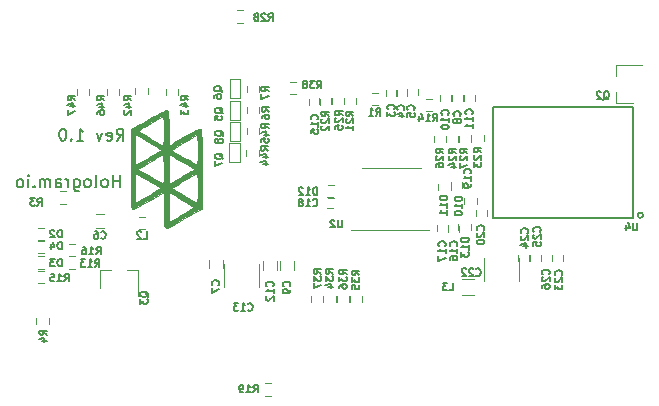
<source format=gbr>
G04 #@! TF.FileFunction,Legend,Bot*
%FSLAX46Y46*%
G04 Gerber Fmt 4.6, Leading zero omitted, Abs format (unit mm)*
G04 Created by KiCad (PCBNEW 4.0.6) date 10/14/17 16:51:08*
%MOMM*%
%LPD*%
G01*
G04 APERTURE LIST*
%ADD10C,0.100000*%
%ADD11C,0.203200*%
%ADD12C,0.120000*%
%ADD13C,0.150000*%
%ADD14C,0.010000*%
%ADD15C,0.139700*%
G04 APERTURE END LIST*
D10*
D11*
X129784324Y-99773619D02*
X130122990Y-99289810D01*
X130364895Y-99773619D02*
X130364895Y-98757619D01*
X129977848Y-98757619D01*
X129881086Y-98806000D01*
X129832705Y-98854381D01*
X129784324Y-98951143D01*
X129784324Y-99096286D01*
X129832705Y-99193048D01*
X129881086Y-99241429D01*
X129977848Y-99289810D01*
X130364895Y-99289810D01*
X128961848Y-99725238D02*
X129058610Y-99773619D01*
X129252133Y-99773619D01*
X129348895Y-99725238D01*
X129397276Y-99628476D01*
X129397276Y-99241429D01*
X129348895Y-99144667D01*
X129252133Y-99096286D01*
X129058610Y-99096286D01*
X128961848Y-99144667D01*
X128913467Y-99241429D01*
X128913467Y-99338190D01*
X129397276Y-99434952D01*
X128574800Y-99096286D02*
X128332895Y-99773619D01*
X128090991Y-99096286D01*
X126397658Y-99773619D02*
X126978229Y-99773619D01*
X126687943Y-99773619D02*
X126687943Y-98757619D01*
X126784705Y-98902762D01*
X126881467Y-98999524D01*
X126978229Y-99047905D01*
X125962229Y-99676857D02*
X125913848Y-99725238D01*
X125962229Y-99773619D01*
X126010610Y-99725238D01*
X125962229Y-99676857D01*
X125962229Y-99773619D01*
X125284895Y-98757619D02*
X125188134Y-98757619D01*
X125091372Y-98806000D01*
X125042991Y-98854381D01*
X124994610Y-98951143D01*
X124946229Y-99144667D01*
X124946229Y-99386571D01*
X124994610Y-99580095D01*
X125042991Y-99676857D01*
X125091372Y-99725238D01*
X125188134Y-99773619D01*
X125284895Y-99773619D01*
X125381657Y-99725238D01*
X125430038Y-99676857D01*
X125478419Y-99580095D01*
X125526800Y-99386571D01*
X125526800Y-99144667D01*
X125478419Y-98951143D01*
X125430038Y-98854381D01*
X125381657Y-98806000D01*
X125284895Y-98757619D01*
X130060095Y-103723319D02*
X130060095Y-102707319D01*
X130060095Y-103191129D02*
X129479524Y-103191129D01*
X129479524Y-103723319D02*
X129479524Y-102707319D01*
X128850571Y-103723319D02*
X128947333Y-103674938D01*
X128995714Y-103626557D01*
X129044095Y-103529795D01*
X129044095Y-103239510D01*
X128995714Y-103142748D01*
X128947333Y-103094367D01*
X128850571Y-103045986D01*
X128705429Y-103045986D01*
X128608667Y-103094367D01*
X128560286Y-103142748D01*
X128511905Y-103239510D01*
X128511905Y-103529795D01*
X128560286Y-103626557D01*
X128608667Y-103674938D01*
X128705429Y-103723319D01*
X128850571Y-103723319D01*
X127931333Y-103723319D02*
X128028095Y-103674938D01*
X128076476Y-103578176D01*
X128076476Y-102707319D01*
X127399143Y-103723319D02*
X127495905Y-103674938D01*
X127544286Y-103626557D01*
X127592667Y-103529795D01*
X127592667Y-103239510D01*
X127544286Y-103142748D01*
X127495905Y-103094367D01*
X127399143Y-103045986D01*
X127254001Y-103045986D01*
X127157239Y-103094367D01*
X127108858Y-103142748D01*
X127060477Y-103239510D01*
X127060477Y-103529795D01*
X127108858Y-103626557D01*
X127157239Y-103674938D01*
X127254001Y-103723319D01*
X127399143Y-103723319D01*
X126189620Y-103045986D02*
X126189620Y-103868462D01*
X126238001Y-103965224D01*
X126286382Y-104013605D01*
X126383143Y-104061986D01*
X126528286Y-104061986D01*
X126625048Y-104013605D01*
X126189620Y-103674938D02*
X126286382Y-103723319D01*
X126479905Y-103723319D01*
X126576667Y-103674938D01*
X126625048Y-103626557D01*
X126673429Y-103529795D01*
X126673429Y-103239510D01*
X126625048Y-103142748D01*
X126576667Y-103094367D01*
X126479905Y-103045986D01*
X126286382Y-103045986D01*
X126189620Y-103094367D01*
X125705810Y-103723319D02*
X125705810Y-103045986D01*
X125705810Y-103239510D02*
X125657429Y-103142748D01*
X125609048Y-103094367D01*
X125512286Y-103045986D01*
X125415525Y-103045986D01*
X124641430Y-103723319D02*
X124641430Y-103191129D01*
X124689811Y-103094367D01*
X124786573Y-103045986D01*
X124980096Y-103045986D01*
X125076858Y-103094367D01*
X124641430Y-103674938D02*
X124738192Y-103723319D01*
X124980096Y-103723319D01*
X125076858Y-103674938D01*
X125125239Y-103578176D01*
X125125239Y-103481414D01*
X125076858Y-103384652D01*
X124980096Y-103336271D01*
X124738192Y-103336271D01*
X124641430Y-103287890D01*
X124157620Y-103723319D02*
X124157620Y-103045986D01*
X124157620Y-103142748D02*
X124109239Y-103094367D01*
X124012477Y-103045986D01*
X123867335Y-103045986D01*
X123770573Y-103094367D01*
X123722192Y-103191129D01*
X123722192Y-103723319D01*
X123722192Y-103191129D02*
X123673811Y-103094367D01*
X123577049Y-103045986D01*
X123431906Y-103045986D01*
X123335144Y-103094367D01*
X123286763Y-103191129D01*
X123286763Y-103723319D01*
X122802953Y-103626557D02*
X122754572Y-103674938D01*
X122802953Y-103723319D01*
X122851334Y-103674938D01*
X122802953Y-103626557D01*
X122802953Y-103723319D01*
X122319143Y-103723319D02*
X122319143Y-103045986D01*
X122319143Y-102707319D02*
X122367524Y-102755700D01*
X122319143Y-102804081D01*
X122270762Y-102755700D01*
X122319143Y-102707319D01*
X122319143Y-102804081D01*
X121690190Y-103723319D02*
X121786952Y-103674938D01*
X121835333Y-103626557D01*
X121883714Y-103529795D01*
X121883714Y-103239510D01*
X121835333Y-103142748D01*
X121786952Y-103094367D01*
X121690190Y-103045986D01*
X121545048Y-103045986D01*
X121448286Y-103094367D01*
X121399905Y-103142748D01*
X121351524Y-103239510D01*
X121351524Y-103529795D01*
X121399905Y-103626557D01*
X121448286Y-103674938D01*
X121545048Y-103723319D01*
X121690190Y-103723319D01*
D12*
X160012000Y-111524500D02*
X159012000Y-111524500D01*
X159012000Y-112884500D02*
X160012000Y-112884500D01*
D13*
X174363607Y-106100000D02*
G75*
G03X174363607Y-106100000I-223607J0D01*
G01*
X161640000Y-106300000D02*
X173540000Y-106300000D01*
X173540000Y-106300000D02*
X173540000Y-96900000D01*
X173540000Y-96900000D02*
X161640000Y-96900000D01*
X161640000Y-96900000D02*
X161640000Y-106300000D01*
D12*
X125734000Y-109579000D02*
X126234000Y-109579000D01*
X126234000Y-110639000D02*
X125734000Y-110639000D01*
D10*
X139323500Y-99974500D02*
X139323500Y-101574500D01*
X139323500Y-101574500D02*
X140203500Y-101574500D01*
X140203500Y-99974500D02*
X139323500Y-99974500D01*
X140203500Y-101574500D02*
X140203500Y-99974500D01*
D12*
X140821000Y-99246500D02*
X140821000Y-98746500D01*
X141881000Y-98746500D02*
X141881000Y-99246500D01*
X149056500Y-96206500D02*
X149056500Y-96706500D01*
X147996500Y-96706500D02*
X147996500Y-96206500D01*
X149012500Y-96706500D02*
X149012500Y-96206500D01*
X150072500Y-96206500D02*
X150072500Y-96706500D01*
X147977000Y-96206500D02*
X147977000Y-96706500D01*
X146917000Y-96706500D02*
X146917000Y-96206500D01*
X146088000Y-96791500D02*
X146088000Y-96291500D01*
X147028000Y-96291500D02*
X147028000Y-96791500D01*
X144966500Y-95843500D02*
X144466500Y-95843500D01*
X144466500Y-94783500D02*
X144966500Y-94783500D01*
X138839500Y-110586000D02*
X138839500Y-109886000D01*
X137639500Y-109886000D02*
X137639500Y-110586000D01*
X153505000Y-95466000D02*
X153505000Y-95966000D01*
X152565000Y-95966000D02*
X152565000Y-95466000D01*
X154394000Y-95466000D02*
X154394000Y-95966000D01*
X153454000Y-95966000D02*
X153454000Y-95466000D01*
X155283000Y-95444500D02*
X155283000Y-95944500D01*
X154343000Y-95944500D02*
X154343000Y-95444500D01*
X159093000Y-95910500D02*
X159093000Y-96410500D01*
X158153000Y-96410500D02*
X158153000Y-95910500D01*
X143608500Y-110013000D02*
X143608500Y-110713000D01*
X144808500Y-110713000D02*
X144808500Y-110013000D01*
X158077000Y-95952500D02*
X158077000Y-96452500D01*
X157137000Y-96452500D02*
X157137000Y-95952500D01*
X160172500Y-95889000D02*
X160172500Y-96389000D01*
X159232500Y-96389000D02*
X159232500Y-95889000D01*
X142211500Y-110013000D02*
X142211500Y-110713000D01*
X143411500Y-110713000D02*
X143411500Y-110013000D01*
X158775500Y-106980000D02*
X158775500Y-107480000D01*
X157835500Y-107480000D02*
X157835500Y-106980000D01*
X157823000Y-106938000D02*
X157823000Y-107438000D01*
X156883000Y-107438000D02*
X156883000Y-106938000D01*
X148141500Y-105499000D02*
X147641500Y-105499000D01*
X147641500Y-104559000D02*
X148141500Y-104559000D01*
X158089500Y-103818500D02*
X158089500Y-103318500D01*
X159029500Y-103318500D02*
X159029500Y-103818500D01*
X161188500Y-105668000D02*
X161188500Y-106168000D01*
X160248500Y-106168000D02*
X160248500Y-105668000D01*
X163849500Y-109680500D02*
X163849500Y-111680500D01*
X160889500Y-111680500D02*
X160889500Y-109680500D01*
X167602000Y-109478000D02*
X167602000Y-109978000D01*
X166662000Y-109978000D02*
X166662000Y-109478000D01*
X164744500Y-109499500D02*
X164744500Y-109999500D01*
X163804500Y-109999500D02*
X163804500Y-109499500D01*
X165697000Y-109499500D02*
X165697000Y-109999500D01*
X164757000Y-109999500D02*
X164757000Y-109499500D01*
X166649500Y-109478000D02*
X166649500Y-109978000D01*
X165709500Y-109978000D02*
X165709500Y-109478000D01*
X123130500Y-107166000D02*
X123630500Y-107166000D01*
X123630500Y-108226000D02*
X123130500Y-108226000D01*
X123130500Y-109579000D02*
X123630500Y-109579000D01*
X123630500Y-110639000D02*
X123130500Y-110639000D01*
X123130500Y-108245500D02*
X123630500Y-108245500D01*
X123630500Y-109305500D02*
X123130500Y-109305500D01*
X160296000Y-104652000D02*
X160296000Y-105152000D01*
X159236000Y-105152000D02*
X159236000Y-104652000D01*
X158073500Y-103445500D02*
X158073500Y-103945500D01*
X157013500Y-103945500D02*
X157013500Y-103445500D01*
X147705000Y-103546500D02*
X148205000Y-103546500D01*
X148205000Y-104606500D02*
X147705000Y-104606500D01*
X158728000Y-107311000D02*
X158728000Y-106811000D01*
X159788000Y-106811000D02*
X159788000Y-107311000D01*
X132203000Y-107273500D02*
X131703000Y-107273500D01*
X131703000Y-106213500D02*
X132203000Y-106213500D01*
X151446000Y-95736000D02*
X151946000Y-95736000D01*
X151946000Y-96796000D02*
X151446000Y-96796000D01*
X125472000Y-105114500D02*
X124972000Y-105114500D01*
X124972000Y-104054500D02*
X125472000Y-104054500D01*
X124037500Y-114806500D02*
X124037500Y-115306500D01*
X122977500Y-115306500D02*
X122977500Y-114806500D01*
X140821000Y-97474000D02*
X140821000Y-96974000D01*
X141881000Y-96974000D02*
X141881000Y-97474000D01*
X140821000Y-95685000D02*
X140821000Y-95185000D01*
X141881000Y-95185000D02*
X141881000Y-95685000D01*
X155960000Y-96244000D02*
X156460000Y-96244000D01*
X156460000Y-97304000D02*
X155960000Y-97304000D01*
X123630500Y-111845500D02*
X123130500Y-111845500D01*
X123130500Y-110785500D02*
X123630500Y-110785500D01*
X125739500Y-108499500D02*
X126239500Y-108499500D01*
X126239500Y-109559500D02*
X125739500Y-109559500D01*
X142371000Y-120310500D02*
X142871000Y-120310500D01*
X142871000Y-121370500D02*
X142371000Y-121370500D01*
X159807500Y-99818000D02*
X159807500Y-99318000D01*
X160867500Y-99318000D02*
X160867500Y-99818000D01*
X157712000Y-99881500D02*
X157712000Y-99381500D01*
X158772000Y-99381500D02*
X158772000Y-99881500D01*
X156632500Y-99881500D02*
X156632500Y-99381500D01*
X157692500Y-99381500D02*
X157692500Y-99881500D01*
X158728000Y-99881500D02*
X158728000Y-99381500D01*
X159788000Y-99381500D02*
X159788000Y-99881500D01*
X140021500Y-88751000D02*
X140521500Y-88751000D01*
X140521500Y-89811000D02*
X140021500Y-89811000D01*
X148358000Y-112907000D02*
X148358000Y-113407000D01*
X147298000Y-113407000D02*
X147298000Y-112907000D01*
X150580500Y-112907000D02*
X150580500Y-113407000D01*
X149520500Y-113407000D02*
X149520500Y-112907000D01*
X149501000Y-112907000D02*
X149501000Y-113407000D01*
X148441000Y-113407000D02*
X148441000Y-112907000D01*
X147278500Y-112907000D02*
X147278500Y-113407000D01*
X146218500Y-113407000D02*
X146218500Y-112907000D01*
X149606500Y-107319500D02*
X156206500Y-107319500D01*
X150606500Y-102119500D02*
X155606500Y-102119500D01*
X172087000Y-96576000D02*
X172087000Y-95646000D01*
X172087000Y-93416000D02*
X172087000Y-94346000D01*
X172087000Y-93416000D02*
X174247000Y-93416000D01*
X172087000Y-96576000D02*
X173547000Y-96576000D01*
X128747000Y-106016500D02*
X128047000Y-106016500D01*
X128047000Y-107216500D02*
X128747000Y-107216500D01*
X138918500Y-112212500D02*
X138918500Y-110212500D01*
X141878500Y-110212500D02*
X141878500Y-112212500D01*
X128402000Y-110762000D02*
X129332000Y-110762000D01*
X131562000Y-110762000D02*
X130632000Y-110762000D01*
X131562000Y-110762000D02*
X131562000Y-112922000D01*
X128402000Y-110762000D02*
X128402000Y-112222000D01*
D10*
X139378500Y-96410500D02*
X139378500Y-98010500D01*
X139378500Y-98010500D02*
X140258500Y-98010500D01*
X140258500Y-96410500D02*
X139378500Y-96410500D01*
X140258500Y-98010500D02*
X140258500Y-96410500D01*
X139395500Y-94577000D02*
X139395500Y-96177000D01*
X139395500Y-96177000D02*
X140275500Y-96177000D01*
X140275500Y-94577000D02*
X139395500Y-94577000D01*
X140275500Y-96177000D02*
X140275500Y-94577000D01*
X139387000Y-98196500D02*
X139387000Y-99796500D01*
X139387000Y-99796500D02*
X140267000Y-99796500D01*
X140267000Y-98196500D02*
X139387000Y-98196500D01*
X140267000Y-99796500D02*
X140267000Y-98196500D01*
D12*
X131359500Y-95817500D02*
X131359500Y-95317500D01*
X132419500Y-95317500D02*
X132419500Y-95817500D01*
X133963000Y-95944500D02*
X133963000Y-95444500D01*
X135023000Y-95444500D02*
X135023000Y-95944500D01*
X140757500Y-101088000D02*
X140757500Y-100588000D01*
X141817500Y-100588000D02*
X141817500Y-101088000D01*
X128946500Y-95881000D02*
X128946500Y-95381000D01*
X130006500Y-95381000D02*
X130006500Y-95881000D01*
X126406500Y-95881000D02*
X126406500Y-95381000D01*
X127466500Y-95381000D02*
X127466500Y-95881000D01*
D14*
G36*
X134038923Y-107147011D02*
X134188294Y-107093156D01*
X134409397Y-106988499D01*
X134719448Y-106824710D01*
X135135663Y-106593460D01*
X135675259Y-106286418D01*
X135856133Y-106182667D01*
X136140384Y-106019898D01*
X136465874Y-105834177D01*
X136596966Y-105759578D01*
X136999133Y-105530990D01*
X136999133Y-102191238D01*
X136998310Y-101332778D01*
X136995500Y-100629011D01*
X136990185Y-100065302D01*
X136981851Y-99627016D01*
X136969983Y-99299519D01*
X136954064Y-99068176D01*
X136933581Y-98918353D01*
X136908016Y-98835416D01*
X136879904Y-98805733D01*
X136757156Y-98824940D01*
X136529765Y-98915048D01*
X136237850Y-99059103D01*
X136096738Y-99136664D01*
X135756857Y-99329393D01*
X135435874Y-99511231D01*
X135189321Y-99650725D01*
X135136466Y-99680575D01*
X134852798Y-99844478D01*
X134563487Y-100017037D01*
X134543800Y-100029049D01*
X134247466Y-100210295D01*
X134205133Y-98709084D01*
X134187450Y-98158059D01*
X134168445Y-97754721D01*
X134145712Y-97477428D01*
X134116845Y-97304539D01*
X134079438Y-97214412D01*
X134035800Y-97186050D01*
X133911185Y-97216620D01*
X133679933Y-97316626D01*
X133380612Y-97468386D01*
X133189133Y-97574225D01*
X132762117Y-97818651D01*
X132279856Y-98096452D01*
X131833146Y-98355294D01*
X131749800Y-98403833D01*
X131030133Y-98823442D01*
X131029191Y-98966553D01*
X131656353Y-98966553D01*
X131677076Y-98887118D01*
X131818383Y-98773566D01*
X131899291Y-98727075D01*
X132109789Y-98612052D01*
X132416880Y-98439367D01*
X132771071Y-98236993D01*
X132977283Y-98117789D01*
X133739466Y-97675111D01*
X133764194Y-98308289D01*
X133773553Y-98744735D01*
X133772547Y-99229262D01*
X133764194Y-99572925D01*
X133739466Y-100204383D01*
X132734344Y-99621903D01*
X132361335Y-99403602D01*
X132039914Y-99211474D01*
X131799308Y-99063289D01*
X131668744Y-98976813D01*
X131656353Y-98966553D01*
X131029191Y-98966553D01*
X131018767Y-100550133D01*
X131326466Y-100550133D01*
X131328938Y-100108164D01*
X131335747Y-99733091D01*
X131345989Y-99454178D01*
X131358756Y-99300694D01*
X131365804Y-99280133D01*
X131450390Y-99320067D01*
X131650185Y-99428468D01*
X131934275Y-99588236D01*
X132233637Y-99760168D01*
X132592603Y-99968085D01*
X132919537Y-100157323D01*
X133173321Y-100304089D01*
X133294431Y-100374001D01*
X133455914Y-100482753D01*
X133527102Y-100561832D01*
X133527174Y-100562753D01*
X134459133Y-100562753D01*
X134527551Y-100503278D01*
X134711778Y-100379218D01*
X134980270Y-100209421D01*
X135301482Y-100012735D01*
X135643871Y-99808008D01*
X135975895Y-99614091D01*
X136266008Y-99449830D01*
X136482667Y-99334074D01*
X136594329Y-99285671D01*
X136596966Y-99285323D01*
X136619055Y-99363232D01*
X136637803Y-99581358D01*
X136651748Y-99910595D01*
X136659430Y-100321839D01*
X136660466Y-100550133D01*
X136656164Y-100992093D01*
X136644310Y-101367160D01*
X136626482Y-101646073D01*
X136604257Y-101799565D01*
X136591985Y-101820133D01*
X136488697Y-101779400D01*
X136287571Y-101673239D01*
X136062819Y-101542825D01*
X135742934Y-101353804D01*
X135361576Y-101133469D01*
X135030633Y-100946015D01*
X134759879Y-100786988D01*
X134558456Y-100654091D01*
X134462502Y-100571558D01*
X134459133Y-100562753D01*
X133527174Y-100562753D01*
X133527264Y-100563890D01*
X133458574Y-100624149D01*
X133273239Y-100747449D01*
X133003013Y-100915268D01*
X132679646Y-101109086D01*
X132334890Y-101310380D01*
X132000498Y-101500628D01*
X131708221Y-101661310D01*
X131489811Y-101773903D01*
X131377019Y-101819886D01*
X131373673Y-101820133D01*
X131357244Y-101740347D01*
X131343303Y-101520500D01*
X131332936Y-101189856D01*
X131327230Y-100777684D01*
X131326466Y-100550133D01*
X131018767Y-100550133D01*
X131008046Y-102178833D01*
X131558955Y-102178833D01*
X132183544Y-101818972D01*
X132549922Y-101606381D01*
X132931182Y-101382764D01*
X133249975Y-101193509D01*
X133273800Y-101179208D01*
X133739466Y-100899305D01*
X133762964Y-102133500D01*
X133763847Y-102201133D01*
X134205133Y-102201133D01*
X134210306Y-101744541D01*
X134224717Y-101371858D01*
X134246705Y-101108887D01*
X134274609Y-100981429D01*
X134284174Y-100973467D01*
X134395384Y-101014250D01*
X134598622Y-101119351D01*
X134771007Y-101219038D01*
X135048731Y-101383867D01*
X135402410Y-101590485D01*
X135760662Y-101797220D01*
X135799183Y-101819265D01*
X136076949Y-101982402D01*
X136283454Y-102112049D01*
X136386524Y-102187650D01*
X136391850Y-102197954D01*
X136305636Y-102252289D01*
X136106837Y-102369690D01*
X135827322Y-102531951D01*
X135498958Y-102720867D01*
X135153613Y-102918232D01*
X134823156Y-103105843D01*
X134539453Y-103265493D01*
X134334373Y-103378978D01*
X134239783Y-103428093D01*
X134237267Y-103428800D01*
X134225906Y-103349096D01*
X134216308Y-103129829D01*
X134209254Y-102800765D01*
X134205522Y-102391672D01*
X134205133Y-102201133D01*
X133763847Y-102201133D01*
X133768701Y-102572755D01*
X133768637Y-102948640D01*
X133763161Y-103230197D01*
X133752666Y-103386471D01*
X133746841Y-103407315D01*
X133658351Y-103381409D01*
X133435838Y-103270280D01*
X133088499Y-103079046D01*
X132625530Y-102812827D01*
X132056129Y-102476742D01*
X131802544Y-102325043D01*
X131558955Y-102178833D01*
X131008046Y-102178833D01*
X131007993Y-102186738D01*
X131003203Y-103056340D01*
X131001622Y-103766743D01*
X131326466Y-103766743D01*
X131326466Y-102496019D01*
X131813300Y-102766688D01*
X132143807Y-102954110D01*
X132531672Y-103179339D01*
X132872211Y-103381245D01*
X133142768Y-103552826D01*
X133346925Y-103699262D01*
X133448625Y-103794205D01*
X133453762Y-103806218D01*
X133450062Y-103809800D01*
X134506656Y-103809800D01*
X134576684Y-103731155D01*
X134763303Y-103592544D01*
X135033651Y-103413608D01*
X135354866Y-103213986D01*
X135694083Y-103013319D01*
X136018440Y-102831247D01*
X136295074Y-102687409D01*
X136491122Y-102601447D01*
X136554633Y-102585856D01*
X136598433Y-102627802D01*
X136629280Y-102769629D01*
X136648784Y-103029961D01*
X136658554Y-103427424D01*
X136660466Y-103809800D01*
X136656255Y-104243850D01*
X136644671Y-104610508D01*
X136627286Y-104880009D01*
X136605674Y-105022589D01*
X136595604Y-105037467D01*
X136485448Y-104996993D01*
X136269542Y-104888214D01*
X135980154Y-104730093D01*
X135649554Y-104541596D01*
X135310009Y-104341685D01*
X134993788Y-104149324D01*
X134733158Y-103983479D01*
X134560389Y-103863112D01*
X134506656Y-103809800D01*
X133450062Y-103809800D01*
X133388075Y-103869798D01*
X133206418Y-103996350D01*
X132940906Y-104166721D01*
X132623651Y-104361755D01*
X132286768Y-104562300D01*
X131962371Y-104749200D01*
X131682574Y-104903301D01*
X131479492Y-105005450D01*
X131389966Y-105037155D01*
X131367875Y-104957482D01*
X131349125Y-104737734D01*
X131335179Y-104407156D01*
X131327500Y-103994996D01*
X131326466Y-103766743D01*
X131001622Y-103766743D01*
X131001613Y-103770601D01*
X131003593Y-104343489D01*
X131009511Y-104788973D01*
X131019738Y-105121021D01*
X131034642Y-105353602D01*
X131054593Y-105500684D01*
X131079960Y-105576236D01*
X131098084Y-105593101D01*
X131216463Y-105571446D01*
X131439585Y-105477363D01*
X131728667Y-105328282D01*
X131882224Y-105240685D01*
X132270993Y-105011823D01*
X132688083Y-104766234D01*
X133053761Y-104550868D01*
X133109556Y-104518001D01*
X133385946Y-104360955D01*
X133608601Y-104245058D01*
X133735582Y-104191927D01*
X133744556Y-104190692D01*
X133772242Y-104271989D01*
X133791690Y-104502999D01*
X133802153Y-104864263D01*
X133802886Y-105336326D01*
X133801812Y-105418467D01*
X134205133Y-105418467D01*
X134207900Y-104984409D01*
X134215511Y-104617747D01*
X134226934Y-104348245D01*
X134241134Y-104205672D01*
X134247749Y-104190800D01*
X134332513Y-104230673D01*
X134536639Y-104340290D01*
X134832890Y-104504652D01*
X135194027Y-104708757D01*
X135348193Y-104796818D01*
X135762388Y-105036984D01*
X136045836Y-105210468D01*
X136216633Y-105331333D01*
X136292873Y-105413640D01*
X136292653Y-105471454D01*
X136258077Y-105503943D01*
X136108865Y-105597968D01*
X135864404Y-105743720D01*
X135557974Y-105922252D01*
X135222852Y-106114618D01*
X134892316Y-106301870D01*
X134599646Y-106465061D01*
X134378118Y-106585246D01*
X134261013Y-106643476D01*
X134251927Y-106646133D01*
X134235382Y-106566431D01*
X134221406Y-106347167D01*
X134211134Y-106018109D01*
X134205700Y-105609022D01*
X134205133Y-105418467D01*
X133801812Y-105418467D01*
X133799219Y-105616548D01*
X133792609Y-106172672D01*
X133795846Y-106580682D01*
X133810138Y-106861576D01*
X133836691Y-107036353D01*
X133876713Y-107126011D01*
X133886509Y-107135634D01*
X133944067Y-107158394D01*
X134038923Y-107147011D01*
X134038923Y-107147011D01*
G37*
X134038923Y-107147011D02*
X134188294Y-107093156D01*
X134409397Y-106988499D01*
X134719448Y-106824710D01*
X135135663Y-106593460D01*
X135675259Y-106286418D01*
X135856133Y-106182667D01*
X136140384Y-106019898D01*
X136465874Y-105834177D01*
X136596966Y-105759578D01*
X136999133Y-105530990D01*
X136999133Y-102191238D01*
X136998310Y-101332778D01*
X136995500Y-100629011D01*
X136990185Y-100065302D01*
X136981851Y-99627016D01*
X136969983Y-99299519D01*
X136954064Y-99068176D01*
X136933581Y-98918353D01*
X136908016Y-98835416D01*
X136879904Y-98805733D01*
X136757156Y-98824940D01*
X136529765Y-98915048D01*
X136237850Y-99059103D01*
X136096738Y-99136664D01*
X135756857Y-99329393D01*
X135435874Y-99511231D01*
X135189321Y-99650725D01*
X135136466Y-99680575D01*
X134852798Y-99844478D01*
X134563487Y-100017037D01*
X134543800Y-100029049D01*
X134247466Y-100210295D01*
X134205133Y-98709084D01*
X134187450Y-98158059D01*
X134168445Y-97754721D01*
X134145712Y-97477428D01*
X134116845Y-97304539D01*
X134079438Y-97214412D01*
X134035800Y-97186050D01*
X133911185Y-97216620D01*
X133679933Y-97316626D01*
X133380612Y-97468386D01*
X133189133Y-97574225D01*
X132762117Y-97818651D01*
X132279856Y-98096452D01*
X131833146Y-98355294D01*
X131749800Y-98403833D01*
X131030133Y-98823442D01*
X131029191Y-98966553D01*
X131656353Y-98966553D01*
X131677076Y-98887118D01*
X131818383Y-98773566D01*
X131899291Y-98727075D01*
X132109789Y-98612052D01*
X132416880Y-98439367D01*
X132771071Y-98236993D01*
X132977283Y-98117789D01*
X133739466Y-97675111D01*
X133764194Y-98308289D01*
X133773553Y-98744735D01*
X133772547Y-99229262D01*
X133764194Y-99572925D01*
X133739466Y-100204383D01*
X132734344Y-99621903D01*
X132361335Y-99403602D01*
X132039914Y-99211474D01*
X131799308Y-99063289D01*
X131668744Y-98976813D01*
X131656353Y-98966553D01*
X131029191Y-98966553D01*
X131018767Y-100550133D01*
X131326466Y-100550133D01*
X131328938Y-100108164D01*
X131335747Y-99733091D01*
X131345989Y-99454178D01*
X131358756Y-99300694D01*
X131365804Y-99280133D01*
X131450390Y-99320067D01*
X131650185Y-99428468D01*
X131934275Y-99588236D01*
X132233637Y-99760168D01*
X132592603Y-99968085D01*
X132919537Y-100157323D01*
X133173321Y-100304089D01*
X133294431Y-100374001D01*
X133455914Y-100482753D01*
X133527102Y-100561832D01*
X133527174Y-100562753D01*
X134459133Y-100562753D01*
X134527551Y-100503278D01*
X134711778Y-100379218D01*
X134980270Y-100209421D01*
X135301482Y-100012735D01*
X135643871Y-99808008D01*
X135975895Y-99614091D01*
X136266008Y-99449830D01*
X136482667Y-99334074D01*
X136594329Y-99285671D01*
X136596966Y-99285323D01*
X136619055Y-99363232D01*
X136637803Y-99581358D01*
X136651748Y-99910595D01*
X136659430Y-100321839D01*
X136660466Y-100550133D01*
X136656164Y-100992093D01*
X136644310Y-101367160D01*
X136626482Y-101646073D01*
X136604257Y-101799565D01*
X136591985Y-101820133D01*
X136488697Y-101779400D01*
X136287571Y-101673239D01*
X136062819Y-101542825D01*
X135742934Y-101353804D01*
X135361576Y-101133469D01*
X135030633Y-100946015D01*
X134759879Y-100786988D01*
X134558456Y-100654091D01*
X134462502Y-100571558D01*
X134459133Y-100562753D01*
X133527174Y-100562753D01*
X133527264Y-100563890D01*
X133458574Y-100624149D01*
X133273239Y-100747449D01*
X133003013Y-100915268D01*
X132679646Y-101109086D01*
X132334890Y-101310380D01*
X132000498Y-101500628D01*
X131708221Y-101661310D01*
X131489811Y-101773903D01*
X131377019Y-101819886D01*
X131373673Y-101820133D01*
X131357244Y-101740347D01*
X131343303Y-101520500D01*
X131332936Y-101189856D01*
X131327230Y-100777684D01*
X131326466Y-100550133D01*
X131018767Y-100550133D01*
X131008046Y-102178833D01*
X131558955Y-102178833D01*
X132183544Y-101818972D01*
X132549922Y-101606381D01*
X132931182Y-101382764D01*
X133249975Y-101193509D01*
X133273800Y-101179208D01*
X133739466Y-100899305D01*
X133762964Y-102133500D01*
X133763847Y-102201133D01*
X134205133Y-102201133D01*
X134210306Y-101744541D01*
X134224717Y-101371858D01*
X134246705Y-101108887D01*
X134274609Y-100981429D01*
X134284174Y-100973467D01*
X134395384Y-101014250D01*
X134598622Y-101119351D01*
X134771007Y-101219038D01*
X135048731Y-101383867D01*
X135402410Y-101590485D01*
X135760662Y-101797220D01*
X135799183Y-101819265D01*
X136076949Y-101982402D01*
X136283454Y-102112049D01*
X136386524Y-102187650D01*
X136391850Y-102197954D01*
X136305636Y-102252289D01*
X136106837Y-102369690D01*
X135827322Y-102531951D01*
X135498958Y-102720867D01*
X135153613Y-102918232D01*
X134823156Y-103105843D01*
X134539453Y-103265493D01*
X134334373Y-103378978D01*
X134239783Y-103428093D01*
X134237267Y-103428800D01*
X134225906Y-103349096D01*
X134216308Y-103129829D01*
X134209254Y-102800765D01*
X134205522Y-102391672D01*
X134205133Y-102201133D01*
X133763847Y-102201133D01*
X133768701Y-102572755D01*
X133768637Y-102948640D01*
X133763161Y-103230197D01*
X133752666Y-103386471D01*
X133746841Y-103407315D01*
X133658351Y-103381409D01*
X133435838Y-103270280D01*
X133088499Y-103079046D01*
X132625530Y-102812827D01*
X132056129Y-102476742D01*
X131802544Y-102325043D01*
X131558955Y-102178833D01*
X131008046Y-102178833D01*
X131007993Y-102186738D01*
X131003203Y-103056340D01*
X131001622Y-103766743D01*
X131326466Y-103766743D01*
X131326466Y-102496019D01*
X131813300Y-102766688D01*
X132143807Y-102954110D01*
X132531672Y-103179339D01*
X132872211Y-103381245D01*
X133142768Y-103552826D01*
X133346925Y-103699262D01*
X133448625Y-103794205D01*
X133453762Y-103806218D01*
X133450062Y-103809800D01*
X134506656Y-103809800D01*
X134576684Y-103731155D01*
X134763303Y-103592544D01*
X135033651Y-103413608D01*
X135354866Y-103213986D01*
X135694083Y-103013319D01*
X136018440Y-102831247D01*
X136295074Y-102687409D01*
X136491122Y-102601447D01*
X136554633Y-102585856D01*
X136598433Y-102627802D01*
X136629280Y-102769629D01*
X136648784Y-103029961D01*
X136658554Y-103427424D01*
X136660466Y-103809800D01*
X136656255Y-104243850D01*
X136644671Y-104610508D01*
X136627286Y-104880009D01*
X136605674Y-105022589D01*
X136595604Y-105037467D01*
X136485448Y-104996993D01*
X136269542Y-104888214D01*
X135980154Y-104730093D01*
X135649554Y-104541596D01*
X135310009Y-104341685D01*
X134993788Y-104149324D01*
X134733158Y-103983479D01*
X134560389Y-103863112D01*
X134506656Y-103809800D01*
X133450062Y-103809800D01*
X133388075Y-103869798D01*
X133206418Y-103996350D01*
X132940906Y-104166721D01*
X132623651Y-104361755D01*
X132286768Y-104562300D01*
X131962371Y-104749200D01*
X131682574Y-104903301D01*
X131479492Y-105005450D01*
X131389966Y-105037155D01*
X131367875Y-104957482D01*
X131349125Y-104737734D01*
X131335179Y-104407156D01*
X131327500Y-103994996D01*
X131326466Y-103766743D01*
X131001622Y-103766743D01*
X131001613Y-103770601D01*
X131003593Y-104343489D01*
X131009511Y-104788973D01*
X131019738Y-105121021D01*
X131034642Y-105353602D01*
X131054593Y-105500684D01*
X131079960Y-105576236D01*
X131098084Y-105593101D01*
X131216463Y-105571446D01*
X131439585Y-105477363D01*
X131728667Y-105328282D01*
X131882224Y-105240685D01*
X132270993Y-105011823D01*
X132688083Y-104766234D01*
X133053761Y-104550868D01*
X133109556Y-104518001D01*
X133385946Y-104360955D01*
X133608601Y-104245058D01*
X133735582Y-104191927D01*
X133744556Y-104190692D01*
X133772242Y-104271989D01*
X133791690Y-104502999D01*
X133802153Y-104864263D01*
X133802886Y-105336326D01*
X133801812Y-105418467D01*
X134205133Y-105418467D01*
X134207900Y-104984409D01*
X134215511Y-104617747D01*
X134226934Y-104348245D01*
X134241134Y-104205672D01*
X134247749Y-104190800D01*
X134332513Y-104230673D01*
X134536639Y-104340290D01*
X134832890Y-104504652D01*
X135194027Y-104708757D01*
X135348193Y-104796818D01*
X135762388Y-105036984D01*
X136045836Y-105210468D01*
X136216633Y-105331333D01*
X136292873Y-105413640D01*
X136292653Y-105471454D01*
X136258077Y-105503943D01*
X136108865Y-105597968D01*
X135864404Y-105743720D01*
X135557974Y-105922252D01*
X135222852Y-106114618D01*
X134892316Y-106301870D01*
X134599646Y-106465061D01*
X134378118Y-106585246D01*
X134261013Y-106643476D01*
X134251927Y-106646133D01*
X134235382Y-106566431D01*
X134221406Y-106347167D01*
X134211134Y-106018109D01*
X134205700Y-105609022D01*
X134205133Y-105418467D01*
X133801812Y-105418467D01*
X133799219Y-105616548D01*
X133792609Y-106172672D01*
X133795846Y-106580682D01*
X133810138Y-106861576D01*
X133836691Y-107036353D01*
X133876713Y-107126011D01*
X133886509Y-107135634D01*
X133944067Y-107158394D01*
X134038923Y-107147011D01*
D15*
X157941434Y-112453662D02*
X158243815Y-112453662D01*
X158243815Y-111818662D01*
X157790243Y-111818662D02*
X157397147Y-111818662D01*
X157608814Y-112060567D01*
X157518100Y-112060567D01*
X157457624Y-112090805D01*
X157427386Y-112121043D01*
X157397147Y-112181519D01*
X157397147Y-112332710D01*
X157427386Y-112393186D01*
X157457624Y-112423424D01*
X157518100Y-112453662D01*
X157699528Y-112453662D01*
X157760005Y-112423424D01*
X157790243Y-112393186D01*
X173864210Y-106738662D02*
X173864210Y-107252710D01*
X173833971Y-107313186D01*
X173803733Y-107343424D01*
X173743257Y-107373662D01*
X173622305Y-107373662D01*
X173561829Y-107343424D01*
X173531590Y-107313186D01*
X173501352Y-107252710D01*
X173501352Y-106738662D01*
X172926829Y-106950329D02*
X172926829Y-107373662D01*
X173078019Y-106708424D02*
X173229210Y-107161995D01*
X172836114Y-107161995D01*
X127967014Y-110472462D02*
X128178681Y-110170081D01*
X128329872Y-110472462D02*
X128329872Y-109837462D01*
X128087967Y-109837462D01*
X128027491Y-109867700D01*
X127997252Y-109897938D01*
X127967014Y-109958414D01*
X127967014Y-110049129D01*
X127997252Y-110109605D01*
X128027491Y-110139843D01*
X128087967Y-110170081D01*
X128329872Y-110170081D01*
X127362252Y-110472462D02*
X127725110Y-110472462D01*
X127543681Y-110472462D02*
X127543681Y-109837462D01*
X127604157Y-109928176D01*
X127664633Y-109988652D01*
X127725110Y-110018890D01*
X127150586Y-109837462D02*
X126757490Y-109837462D01*
X126969157Y-110079367D01*
X126878443Y-110079367D01*
X126817967Y-110109605D01*
X126787729Y-110139843D01*
X126757490Y-110200319D01*
X126757490Y-110351510D01*
X126787729Y-110411986D01*
X126817967Y-110442224D01*
X126878443Y-110472462D01*
X127059871Y-110472462D01*
X127120348Y-110442224D01*
X127150586Y-110411986D01*
X138777738Y-101336324D02*
X138747500Y-101275848D01*
X138687024Y-101215371D01*
X138596310Y-101124657D01*
X138566071Y-101064181D01*
X138566071Y-101003705D01*
X138717262Y-101033943D02*
X138687024Y-100973467D01*
X138626548Y-100912990D01*
X138505595Y-100882752D01*
X138293929Y-100882752D01*
X138172976Y-100912990D01*
X138112500Y-100973467D01*
X138082262Y-101033943D01*
X138082262Y-101154895D01*
X138112500Y-101215371D01*
X138172976Y-101275848D01*
X138293929Y-101306086D01*
X138505595Y-101306086D01*
X138626548Y-101275848D01*
X138687024Y-101215371D01*
X138717262Y-101154895D01*
X138717262Y-101033943D01*
X138082262Y-101517752D02*
X138082262Y-101941086D01*
X138717262Y-101668943D01*
X142679662Y-98753386D02*
X142377281Y-98541719D01*
X142679662Y-98390528D02*
X142044662Y-98390528D01*
X142044662Y-98632433D01*
X142074900Y-98692909D01*
X142105138Y-98723148D01*
X142165614Y-98753386D01*
X142256329Y-98753386D01*
X142316805Y-98723148D01*
X142347043Y-98692909D01*
X142377281Y-98632433D01*
X142377281Y-98390528D01*
X142256329Y-99297671D02*
X142679662Y-99297671D01*
X142014424Y-99146481D02*
X142467995Y-98995290D01*
X142467995Y-99388386D01*
X142044662Y-99932671D02*
X142044662Y-99630290D01*
X142347043Y-99600052D01*
X142316805Y-99630290D01*
X142286567Y-99690767D01*
X142286567Y-99841957D01*
X142316805Y-99902433D01*
X142347043Y-99932671D01*
X142407519Y-99962910D01*
X142558710Y-99962910D01*
X142619186Y-99932671D01*
X142649424Y-99902433D01*
X142679662Y-99841957D01*
X142679662Y-99690767D01*
X142649424Y-99630290D01*
X142619186Y-99600052D01*
X148928062Y-97635786D02*
X148625681Y-97424119D01*
X148928062Y-97272928D02*
X148293062Y-97272928D01*
X148293062Y-97514833D01*
X148323300Y-97575309D01*
X148353538Y-97605548D01*
X148414014Y-97635786D01*
X148504729Y-97635786D01*
X148565205Y-97605548D01*
X148595443Y-97575309D01*
X148625681Y-97514833D01*
X148625681Y-97272928D01*
X148353538Y-97877690D02*
X148323300Y-97907928D01*
X148293062Y-97968405D01*
X148293062Y-98119595D01*
X148323300Y-98180071D01*
X148353538Y-98210309D01*
X148414014Y-98240548D01*
X148474490Y-98240548D01*
X148565205Y-98210309D01*
X148928062Y-97847452D01*
X148928062Y-98240548D01*
X148293062Y-98815071D02*
X148293062Y-98512690D01*
X148595443Y-98482452D01*
X148565205Y-98512690D01*
X148534967Y-98573167D01*
X148534967Y-98724357D01*
X148565205Y-98784833D01*
X148595443Y-98815071D01*
X148655919Y-98845310D01*
X148807110Y-98845310D01*
X148867586Y-98815071D01*
X148897824Y-98784833D01*
X148928062Y-98724357D01*
X148928062Y-98573167D01*
X148897824Y-98512690D01*
X148867586Y-98482452D01*
X149842462Y-97686586D02*
X149540081Y-97474919D01*
X149842462Y-97323728D02*
X149207462Y-97323728D01*
X149207462Y-97565633D01*
X149237700Y-97626109D01*
X149267938Y-97656348D01*
X149328414Y-97686586D01*
X149419129Y-97686586D01*
X149479605Y-97656348D01*
X149509843Y-97626109D01*
X149540081Y-97565633D01*
X149540081Y-97323728D01*
X149267938Y-97928490D02*
X149237700Y-97958728D01*
X149207462Y-98019205D01*
X149207462Y-98170395D01*
X149237700Y-98230871D01*
X149267938Y-98261109D01*
X149328414Y-98291348D01*
X149388890Y-98291348D01*
X149479605Y-98261109D01*
X149842462Y-97898252D01*
X149842462Y-98291348D01*
X149842462Y-98896110D02*
X149842462Y-98533252D01*
X149842462Y-98714681D02*
X149207462Y-98714681D01*
X149298176Y-98654205D01*
X149358652Y-98593729D01*
X149388890Y-98533252D01*
X147759662Y-97686586D02*
X147457281Y-97474919D01*
X147759662Y-97323728D02*
X147124662Y-97323728D01*
X147124662Y-97565633D01*
X147154900Y-97626109D01*
X147185138Y-97656348D01*
X147245614Y-97686586D01*
X147336329Y-97686586D01*
X147396805Y-97656348D01*
X147427043Y-97626109D01*
X147457281Y-97565633D01*
X147457281Y-97323728D01*
X147185138Y-97928490D02*
X147154900Y-97958728D01*
X147124662Y-98019205D01*
X147124662Y-98170395D01*
X147154900Y-98230871D01*
X147185138Y-98261109D01*
X147245614Y-98291348D01*
X147306090Y-98291348D01*
X147396805Y-98261109D01*
X147759662Y-97898252D01*
X147759662Y-98291348D01*
X147185138Y-98533252D02*
X147154900Y-98563490D01*
X147124662Y-98623967D01*
X147124662Y-98775157D01*
X147154900Y-98835633D01*
X147185138Y-98865871D01*
X147245614Y-98896110D01*
X147306090Y-98896110D01*
X147396805Y-98865871D01*
X147759662Y-98503014D01*
X147759662Y-98896110D01*
X146784786Y-97991386D02*
X146815024Y-97961148D01*
X146845262Y-97870433D01*
X146845262Y-97809957D01*
X146815024Y-97719243D01*
X146754548Y-97658767D01*
X146694071Y-97628528D01*
X146573119Y-97598290D01*
X146482405Y-97598290D01*
X146361452Y-97628528D01*
X146300976Y-97658767D01*
X146240500Y-97719243D01*
X146210262Y-97809957D01*
X146210262Y-97870433D01*
X146240500Y-97961148D01*
X146270738Y-97991386D01*
X146845262Y-98596148D02*
X146845262Y-98233290D01*
X146845262Y-98414719D02*
X146210262Y-98414719D01*
X146300976Y-98354243D01*
X146361452Y-98293767D01*
X146391690Y-98233290D01*
X146210262Y-99170671D02*
X146210262Y-98868290D01*
X146512643Y-98838052D01*
X146482405Y-98868290D01*
X146452167Y-98928767D01*
X146452167Y-99079957D01*
X146482405Y-99140433D01*
X146512643Y-99170671D01*
X146573119Y-99200910D01*
X146724310Y-99200910D01*
X146784786Y-99170671D01*
X146815024Y-99140433D01*
X146845262Y-99079957D01*
X146845262Y-98928767D01*
X146815024Y-98868290D01*
X146784786Y-98838052D01*
X146763014Y-95334062D02*
X146974681Y-95031681D01*
X147125872Y-95334062D02*
X147125872Y-94699062D01*
X146883967Y-94699062D01*
X146823491Y-94729300D01*
X146793252Y-94759538D01*
X146763014Y-94820014D01*
X146763014Y-94910729D01*
X146793252Y-94971205D01*
X146823491Y-95001443D01*
X146883967Y-95031681D01*
X147125872Y-95031681D01*
X146551348Y-94699062D02*
X146158252Y-94699062D01*
X146369919Y-94940967D01*
X146279205Y-94940967D01*
X146218729Y-94971205D01*
X146188491Y-95001443D01*
X146158252Y-95061919D01*
X146158252Y-95213110D01*
X146188491Y-95273586D01*
X146218729Y-95303824D01*
X146279205Y-95334062D01*
X146460633Y-95334062D01*
X146521110Y-95303824D01*
X146551348Y-95273586D01*
X145795395Y-94971205D02*
X145855871Y-94940967D01*
X145886110Y-94910729D01*
X145916348Y-94850252D01*
X145916348Y-94820014D01*
X145886110Y-94759538D01*
X145855871Y-94729300D01*
X145795395Y-94699062D01*
X145674443Y-94699062D01*
X145613967Y-94729300D01*
X145583729Y-94759538D01*
X145553490Y-94820014D01*
X145553490Y-94850252D01*
X145583729Y-94910729D01*
X145613967Y-94940967D01*
X145674443Y-94971205D01*
X145795395Y-94971205D01*
X145855871Y-95001443D01*
X145886110Y-95031681D01*
X145916348Y-95092157D01*
X145916348Y-95213110D01*
X145886110Y-95273586D01*
X145855871Y-95303824D01*
X145795395Y-95334062D01*
X145674443Y-95334062D01*
X145613967Y-95303824D01*
X145583729Y-95273586D01*
X145553490Y-95213110D01*
X145553490Y-95092157D01*
X145583729Y-95031681D01*
X145613967Y-95001443D01*
X145674443Y-94971205D01*
X138402786Y-112009767D02*
X138433024Y-111979529D01*
X138463262Y-111888814D01*
X138463262Y-111828338D01*
X138433024Y-111737624D01*
X138372548Y-111677148D01*
X138312071Y-111646909D01*
X138191119Y-111616671D01*
X138100405Y-111616671D01*
X137979452Y-111646909D01*
X137918976Y-111677148D01*
X137858500Y-111737624D01*
X137828262Y-111828338D01*
X137828262Y-111888814D01*
X137858500Y-111979529D01*
X137888738Y-112009767D01*
X137828262Y-112221433D02*
X137828262Y-112644767D01*
X138463262Y-112372624D01*
X153287186Y-97125367D02*
X153317424Y-97095129D01*
X153347662Y-97004414D01*
X153347662Y-96943938D01*
X153317424Y-96853224D01*
X153256948Y-96792748D01*
X153196471Y-96762509D01*
X153075519Y-96732271D01*
X152984805Y-96732271D01*
X152863852Y-96762509D01*
X152803376Y-96792748D01*
X152742900Y-96853224D01*
X152712662Y-96943938D01*
X152712662Y-97004414D01*
X152742900Y-97095129D01*
X152773138Y-97125367D01*
X152712662Y-97337033D02*
X152712662Y-97730129D01*
X152954567Y-97518462D01*
X152954567Y-97609176D01*
X152984805Y-97669652D01*
X153015043Y-97699890D01*
X153075519Y-97730129D01*
X153226710Y-97730129D01*
X153287186Y-97699890D01*
X153317424Y-97669652D01*
X153347662Y-97609176D01*
X153347662Y-97427748D01*
X153317424Y-97367271D01*
X153287186Y-97337033D01*
X154099986Y-97176167D02*
X154130224Y-97145929D01*
X154160462Y-97055214D01*
X154160462Y-96994738D01*
X154130224Y-96904024D01*
X154069748Y-96843548D01*
X154009271Y-96813309D01*
X153888319Y-96783071D01*
X153797605Y-96783071D01*
X153676652Y-96813309D01*
X153616176Y-96843548D01*
X153555700Y-96904024D01*
X153525462Y-96994738D01*
X153525462Y-97055214D01*
X153555700Y-97145929D01*
X153585938Y-97176167D01*
X153737129Y-97720452D02*
X154160462Y-97720452D01*
X153495224Y-97569262D02*
X153948795Y-97418071D01*
X153948795Y-97811167D01*
X154963586Y-97176167D02*
X154993824Y-97145929D01*
X155024062Y-97055214D01*
X155024062Y-96994738D01*
X154993824Y-96904024D01*
X154933348Y-96843548D01*
X154872871Y-96813309D01*
X154751919Y-96783071D01*
X154661205Y-96783071D01*
X154540252Y-96813309D01*
X154479776Y-96843548D01*
X154419300Y-96904024D01*
X154389062Y-96994738D01*
X154389062Y-97055214D01*
X154419300Y-97145929D01*
X154449538Y-97176167D01*
X154389062Y-97750690D02*
X154389062Y-97448309D01*
X154691443Y-97418071D01*
X154661205Y-97448309D01*
X154630967Y-97508786D01*
X154630967Y-97659976D01*
X154661205Y-97720452D01*
X154691443Y-97750690D01*
X154751919Y-97780929D01*
X154903110Y-97780929D01*
X154963586Y-97750690D01*
X154993824Y-97720452D01*
X155024062Y-97659976D01*
X155024062Y-97508786D01*
X154993824Y-97448309D01*
X154963586Y-97418071D01*
X158875186Y-97684167D02*
X158905424Y-97653929D01*
X158935662Y-97563214D01*
X158935662Y-97502738D01*
X158905424Y-97412024D01*
X158844948Y-97351548D01*
X158784471Y-97321309D01*
X158663519Y-97291071D01*
X158572805Y-97291071D01*
X158451852Y-97321309D01*
X158391376Y-97351548D01*
X158330900Y-97412024D01*
X158300662Y-97502738D01*
X158300662Y-97563214D01*
X158330900Y-97653929D01*
X158361138Y-97684167D01*
X158572805Y-98047024D02*
X158542567Y-97986548D01*
X158512329Y-97956309D01*
X158451852Y-97926071D01*
X158421614Y-97926071D01*
X158361138Y-97956309D01*
X158330900Y-97986548D01*
X158300662Y-98047024D01*
X158300662Y-98167976D01*
X158330900Y-98228452D01*
X158361138Y-98258690D01*
X158421614Y-98288929D01*
X158451852Y-98288929D01*
X158512329Y-98258690D01*
X158542567Y-98228452D01*
X158572805Y-98167976D01*
X158572805Y-98047024D01*
X158603043Y-97986548D01*
X158633281Y-97956309D01*
X158693757Y-97926071D01*
X158814710Y-97926071D01*
X158875186Y-97956309D01*
X158905424Y-97986548D01*
X158935662Y-98047024D01*
X158935662Y-98167976D01*
X158905424Y-98228452D01*
X158875186Y-98258690D01*
X158814710Y-98288929D01*
X158693757Y-98288929D01*
X158633281Y-98258690D01*
X158603043Y-98228452D01*
X158572805Y-98167976D01*
X144447986Y-112111367D02*
X144478224Y-112081129D01*
X144508462Y-111990414D01*
X144508462Y-111929938D01*
X144478224Y-111839224D01*
X144417748Y-111778748D01*
X144357271Y-111748509D01*
X144236319Y-111718271D01*
X144145605Y-111718271D01*
X144024652Y-111748509D01*
X143964176Y-111778748D01*
X143903700Y-111839224D01*
X143873462Y-111929938D01*
X143873462Y-111990414D01*
X143903700Y-112081129D01*
X143933938Y-112111367D01*
X144508462Y-112413748D02*
X144508462Y-112534700D01*
X144478224Y-112595176D01*
X144447986Y-112625414D01*
X144357271Y-112685890D01*
X144236319Y-112716129D01*
X143994414Y-112716129D01*
X143933938Y-112685890D01*
X143903700Y-112655652D01*
X143873462Y-112595176D01*
X143873462Y-112474224D01*
X143903700Y-112413748D01*
X143933938Y-112383509D01*
X143994414Y-112353271D01*
X144145605Y-112353271D01*
X144206081Y-112383509D01*
X144236319Y-112413748D01*
X144266557Y-112474224D01*
X144266557Y-112595176D01*
X144236319Y-112655652D01*
X144206081Y-112685890D01*
X144145605Y-112716129D01*
X157859186Y-97584986D02*
X157889424Y-97554748D01*
X157919662Y-97464033D01*
X157919662Y-97403557D01*
X157889424Y-97312843D01*
X157828948Y-97252367D01*
X157768471Y-97222128D01*
X157647519Y-97191890D01*
X157556805Y-97191890D01*
X157435852Y-97222128D01*
X157375376Y-97252367D01*
X157314900Y-97312843D01*
X157284662Y-97403557D01*
X157284662Y-97464033D01*
X157314900Y-97554748D01*
X157345138Y-97584986D01*
X157919662Y-98189748D02*
X157919662Y-97826890D01*
X157919662Y-98008319D02*
X157284662Y-98008319D01*
X157375376Y-97947843D01*
X157435852Y-97887367D01*
X157466090Y-97826890D01*
X157284662Y-98582843D02*
X157284662Y-98643319D01*
X157314900Y-98703795D01*
X157345138Y-98734033D01*
X157405614Y-98764271D01*
X157526567Y-98794510D01*
X157677757Y-98794510D01*
X157798710Y-98764271D01*
X157859186Y-98734033D01*
X157889424Y-98703795D01*
X157919662Y-98643319D01*
X157919662Y-98582843D01*
X157889424Y-98522367D01*
X157859186Y-98492129D01*
X157798710Y-98461890D01*
X157677757Y-98431652D01*
X157526567Y-98431652D01*
X157405614Y-98461890D01*
X157345138Y-98492129D01*
X157314900Y-98522367D01*
X157284662Y-98582843D01*
X159891186Y-97534186D02*
X159921424Y-97503948D01*
X159951662Y-97413233D01*
X159951662Y-97352757D01*
X159921424Y-97262043D01*
X159860948Y-97201567D01*
X159800471Y-97171328D01*
X159679519Y-97141090D01*
X159588805Y-97141090D01*
X159467852Y-97171328D01*
X159407376Y-97201567D01*
X159346900Y-97262043D01*
X159316662Y-97352757D01*
X159316662Y-97413233D01*
X159346900Y-97503948D01*
X159377138Y-97534186D01*
X159951662Y-98138948D02*
X159951662Y-97776090D01*
X159951662Y-97957519D02*
X159316662Y-97957519D01*
X159407376Y-97897043D01*
X159467852Y-97836567D01*
X159498090Y-97776090D01*
X159951662Y-98743710D02*
X159951662Y-98380852D01*
X159951662Y-98562281D02*
X159316662Y-98562281D01*
X159407376Y-98501805D01*
X159467852Y-98441329D01*
X159498090Y-98380852D01*
X143025586Y-112113786D02*
X143055824Y-112083548D01*
X143086062Y-111992833D01*
X143086062Y-111932357D01*
X143055824Y-111841643D01*
X142995348Y-111781167D01*
X142934871Y-111750928D01*
X142813919Y-111720690D01*
X142723205Y-111720690D01*
X142602252Y-111750928D01*
X142541776Y-111781167D01*
X142481300Y-111841643D01*
X142451062Y-111932357D01*
X142451062Y-111992833D01*
X142481300Y-112083548D01*
X142511538Y-112113786D01*
X143086062Y-112718548D02*
X143086062Y-112355690D01*
X143086062Y-112537119D02*
X142451062Y-112537119D01*
X142541776Y-112476643D01*
X142602252Y-112416167D01*
X142632490Y-112355690D01*
X142511538Y-112960452D02*
X142481300Y-112990690D01*
X142451062Y-113051167D01*
X142451062Y-113202357D01*
X142481300Y-113262833D01*
X142511538Y-113293071D01*
X142572014Y-113323310D01*
X142632490Y-113323310D01*
X142723205Y-113293071D01*
X143086062Y-112930214D01*
X143086062Y-113323310D01*
X158570386Y-108710186D02*
X158600624Y-108679948D01*
X158630862Y-108589233D01*
X158630862Y-108528757D01*
X158600624Y-108438043D01*
X158540148Y-108377567D01*
X158479671Y-108347328D01*
X158358719Y-108317090D01*
X158268005Y-108317090D01*
X158147052Y-108347328D01*
X158086576Y-108377567D01*
X158026100Y-108438043D01*
X157995862Y-108528757D01*
X157995862Y-108589233D01*
X158026100Y-108679948D01*
X158056338Y-108710186D01*
X158630862Y-109314948D02*
X158630862Y-108952090D01*
X158630862Y-109133519D02*
X157995862Y-109133519D01*
X158086576Y-109073043D01*
X158147052Y-109012567D01*
X158177290Y-108952090D01*
X157995862Y-109859233D02*
X157995862Y-109738281D01*
X158026100Y-109677805D01*
X158056338Y-109647567D01*
X158147052Y-109587090D01*
X158268005Y-109556852D01*
X158509910Y-109556852D01*
X158570386Y-109587090D01*
X158600624Y-109617329D01*
X158630862Y-109677805D01*
X158630862Y-109798757D01*
X158600624Y-109859233D01*
X158570386Y-109889471D01*
X158509910Y-109919710D01*
X158358719Y-109919710D01*
X158298243Y-109889471D01*
X158268005Y-109859233D01*
X158237767Y-109798757D01*
X158237767Y-109677805D01*
X158268005Y-109617329D01*
X158298243Y-109587090D01*
X158358719Y-109556852D01*
X157605186Y-108710186D02*
X157635424Y-108679948D01*
X157665662Y-108589233D01*
X157665662Y-108528757D01*
X157635424Y-108438043D01*
X157574948Y-108377567D01*
X157514471Y-108347328D01*
X157393519Y-108317090D01*
X157302805Y-108317090D01*
X157181852Y-108347328D01*
X157121376Y-108377567D01*
X157060900Y-108438043D01*
X157030662Y-108528757D01*
X157030662Y-108589233D01*
X157060900Y-108679948D01*
X157091138Y-108710186D01*
X157665662Y-109314948D02*
X157665662Y-108952090D01*
X157665662Y-109133519D02*
X157030662Y-109133519D01*
X157121376Y-109073043D01*
X157181852Y-109012567D01*
X157212090Y-108952090D01*
X157030662Y-109526614D02*
X157030662Y-109949948D01*
X157665662Y-109677805D01*
X146407414Y-105281186D02*
X146437652Y-105311424D01*
X146528367Y-105341662D01*
X146588843Y-105341662D01*
X146679557Y-105311424D01*
X146740033Y-105250948D01*
X146770272Y-105190471D01*
X146800510Y-105069519D01*
X146800510Y-104978805D01*
X146770272Y-104857852D01*
X146740033Y-104797376D01*
X146679557Y-104736900D01*
X146588843Y-104706662D01*
X146528367Y-104706662D01*
X146437652Y-104736900D01*
X146407414Y-104767138D01*
X145802652Y-105341662D02*
X146165510Y-105341662D01*
X145984081Y-105341662D02*
X145984081Y-104706662D01*
X146044557Y-104797376D01*
X146105033Y-104857852D01*
X146165510Y-104888090D01*
X145439795Y-104978805D02*
X145500271Y-104948567D01*
X145530510Y-104918329D01*
X145560748Y-104857852D01*
X145560748Y-104827614D01*
X145530510Y-104767138D01*
X145500271Y-104736900D01*
X145439795Y-104706662D01*
X145318843Y-104706662D01*
X145258367Y-104736900D01*
X145228129Y-104767138D01*
X145197890Y-104827614D01*
X145197890Y-104857852D01*
X145228129Y-104918329D01*
X145258367Y-104948567D01*
X145318843Y-104978805D01*
X145439795Y-104978805D01*
X145500271Y-105009043D01*
X145530510Y-105039281D01*
X145560748Y-105099757D01*
X145560748Y-105220710D01*
X145530510Y-105281186D01*
X145500271Y-105311424D01*
X145439795Y-105341662D01*
X145318843Y-105341662D01*
X145258367Y-105311424D01*
X145228129Y-105281186D01*
X145197890Y-105220710D01*
X145197890Y-105099757D01*
X145228129Y-105039281D01*
X145258367Y-105009043D01*
X145318843Y-104978805D01*
X159738786Y-102563386D02*
X159769024Y-102533148D01*
X159799262Y-102442433D01*
X159799262Y-102381957D01*
X159769024Y-102291243D01*
X159708548Y-102230767D01*
X159648071Y-102200528D01*
X159527119Y-102170290D01*
X159436405Y-102170290D01*
X159315452Y-102200528D01*
X159254976Y-102230767D01*
X159194500Y-102291243D01*
X159164262Y-102381957D01*
X159164262Y-102442433D01*
X159194500Y-102533148D01*
X159224738Y-102563386D01*
X159799262Y-103168148D02*
X159799262Y-102805290D01*
X159799262Y-102986719D02*
X159164262Y-102986719D01*
X159254976Y-102926243D01*
X159315452Y-102865767D01*
X159345690Y-102805290D01*
X159799262Y-103470529D02*
X159799262Y-103591481D01*
X159769024Y-103651957D01*
X159738786Y-103682195D01*
X159648071Y-103742671D01*
X159527119Y-103772910D01*
X159285214Y-103772910D01*
X159224738Y-103742671D01*
X159194500Y-103712433D01*
X159164262Y-103651957D01*
X159164262Y-103531005D01*
X159194500Y-103470529D01*
X159224738Y-103440290D01*
X159285214Y-103410052D01*
X159436405Y-103410052D01*
X159496881Y-103440290D01*
X159527119Y-103470529D01*
X159557357Y-103531005D01*
X159557357Y-103651957D01*
X159527119Y-103712433D01*
X159496881Y-103742671D01*
X159436405Y-103772910D01*
X160856386Y-107338586D02*
X160886624Y-107308348D01*
X160916862Y-107217633D01*
X160916862Y-107157157D01*
X160886624Y-107066443D01*
X160826148Y-107005967D01*
X160765671Y-106975728D01*
X160644719Y-106945490D01*
X160554005Y-106945490D01*
X160433052Y-106975728D01*
X160372576Y-107005967D01*
X160312100Y-107066443D01*
X160281862Y-107157157D01*
X160281862Y-107217633D01*
X160312100Y-107308348D01*
X160342338Y-107338586D01*
X160342338Y-107580490D02*
X160312100Y-107610728D01*
X160281862Y-107671205D01*
X160281862Y-107822395D01*
X160312100Y-107882871D01*
X160342338Y-107913109D01*
X160402814Y-107943348D01*
X160463290Y-107943348D01*
X160554005Y-107913109D01*
X160916862Y-107550252D01*
X160916862Y-107943348D01*
X160281862Y-108336443D02*
X160281862Y-108396919D01*
X160312100Y-108457395D01*
X160342338Y-108487633D01*
X160402814Y-108517871D01*
X160523767Y-108548110D01*
X160674957Y-108548110D01*
X160795910Y-108517871D01*
X160856386Y-108487633D01*
X160886624Y-108457395D01*
X160916862Y-108396919D01*
X160916862Y-108336443D01*
X160886624Y-108275967D01*
X160856386Y-108245729D01*
X160795910Y-108215490D01*
X160674957Y-108185252D01*
X160523767Y-108185252D01*
X160402814Y-108215490D01*
X160342338Y-108245729D01*
X160312100Y-108275967D01*
X160281862Y-108336443D01*
X160225014Y-111173986D02*
X160255252Y-111204224D01*
X160345967Y-111234462D01*
X160406443Y-111234462D01*
X160497157Y-111204224D01*
X160557633Y-111143748D01*
X160587872Y-111083271D01*
X160618110Y-110962319D01*
X160618110Y-110871605D01*
X160587872Y-110750652D01*
X160557633Y-110690176D01*
X160497157Y-110629700D01*
X160406443Y-110599462D01*
X160345967Y-110599462D01*
X160255252Y-110629700D01*
X160225014Y-110659938D01*
X159983110Y-110659938D02*
X159952872Y-110629700D01*
X159892395Y-110599462D01*
X159741205Y-110599462D01*
X159680729Y-110629700D01*
X159650491Y-110659938D01*
X159620252Y-110720414D01*
X159620252Y-110780890D01*
X159650491Y-110871605D01*
X160013348Y-111234462D01*
X159620252Y-111234462D01*
X159378348Y-110659938D02*
X159348110Y-110629700D01*
X159287633Y-110599462D01*
X159136443Y-110599462D01*
X159075967Y-110629700D01*
X159045729Y-110659938D01*
X159015490Y-110720414D01*
X159015490Y-110780890D01*
X159045729Y-110871605D01*
X159408586Y-111234462D01*
X159015490Y-111234462D01*
X167460386Y-111148586D02*
X167490624Y-111118348D01*
X167520862Y-111027633D01*
X167520862Y-110967157D01*
X167490624Y-110876443D01*
X167430148Y-110815967D01*
X167369671Y-110785728D01*
X167248719Y-110755490D01*
X167158005Y-110755490D01*
X167037052Y-110785728D01*
X166976576Y-110815967D01*
X166916100Y-110876443D01*
X166885862Y-110967157D01*
X166885862Y-111027633D01*
X166916100Y-111118348D01*
X166946338Y-111148586D01*
X166946338Y-111390490D02*
X166916100Y-111420728D01*
X166885862Y-111481205D01*
X166885862Y-111632395D01*
X166916100Y-111692871D01*
X166946338Y-111723109D01*
X167006814Y-111753348D01*
X167067290Y-111753348D01*
X167158005Y-111723109D01*
X167520862Y-111360252D01*
X167520862Y-111753348D01*
X166885862Y-111965014D02*
X166885862Y-112358110D01*
X167127767Y-112146443D01*
X167127767Y-112237157D01*
X167158005Y-112297633D01*
X167188243Y-112327871D01*
X167248719Y-112358110D01*
X167399910Y-112358110D01*
X167460386Y-112327871D01*
X167490624Y-112297633D01*
X167520862Y-112237157D01*
X167520862Y-112055729D01*
X167490624Y-111995252D01*
X167460386Y-111965014D01*
X164564786Y-107592586D02*
X164595024Y-107562348D01*
X164625262Y-107471633D01*
X164625262Y-107411157D01*
X164595024Y-107320443D01*
X164534548Y-107259967D01*
X164474071Y-107229728D01*
X164353119Y-107199490D01*
X164262405Y-107199490D01*
X164141452Y-107229728D01*
X164080976Y-107259967D01*
X164020500Y-107320443D01*
X163990262Y-107411157D01*
X163990262Y-107471633D01*
X164020500Y-107562348D01*
X164050738Y-107592586D01*
X164050738Y-107834490D02*
X164020500Y-107864728D01*
X163990262Y-107925205D01*
X163990262Y-108076395D01*
X164020500Y-108136871D01*
X164050738Y-108167109D01*
X164111214Y-108197348D01*
X164171690Y-108197348D01*
X164262405Y-108167109D01*
X164625262Y-107804252D01*
X164625262Y-108197348D01*
X164201929Y-108741633D02*
X164625262Y-108741633D01*
X163960024Y-108590443D02*
X164413595Y-108439252D01*
X164413595Y-108832348D01*
X165631586Y-107490986D02*
X165661824Y-107460748D01*
X165692062Y-107370033D01*
X165692062Y-107309557D01*
X165661824Y-107218843D01*
X165601348Y-107158367D01*
X165540871Y-107128128D01*
X165419919Y-107097890D01*
X165329205Y-107097890D01*
X165208252Y-107128128D01*
X165147776Y-107158367D01*
X165087300Y-107218843D01*
X165057062Y-107309557D01*
X165057062Y-107370033D01*
X165087300Y-107460748D01*
X165117538Y-107490986D01*
X165117538Y-107732890D02*
X165087300Y-107763128D01*
X165057062Y-107823605D01*
X165057062Y-107974795D01*
X165087300Y-108035271D01*
X165117538Y-108065509D01*
X165178014Y-108095748D01*
X165238490Y-108095748D01*
X165329205Y-108065509D01*
X165692062Y-107702652D01*
X165692062Y-108095748D01*
X165057062Y-108670271D02*
X165057062Y-108367890D01*
X165359443Y-108337652D01*
X165329205Y-108367890D01*
X165298967Y-108428367D01*
X165298967Y-108579557D01*
X165329205Y-108640033D01*
X165359443Y-108670271D01*
X165419919Y-108700510D01*
X165571110Y-108700510D01*
X165631586Y-108670271D01*
X165661824Y-108640033D01*
X165692062Y-108579557D01*
X165692062Y-108428367D01*
X165661824Y-108367890D01*
X165631586Y-108337652D01*
X166393586Y-111097786D02*
X166423824Y-111067548D01*
X166454062Y-110976833D01*
X166454062Y-110916357D01*
X166423824Y-110825643D01*
X166363348Y-110765167D01*
X166302871Y-110734928D01*
X166181919Y-110704690D01*
X166091205Y-110704690D01*
X165970252Y-110734928D01*
X165909776Y-110765167D01*
X165849300Y-110825643D01*
X165819062Y-110916357D01*
X165819062Y-110976833D01*
X165849300Y-111067548D01*
X165879538Y-111097786D01*
X165879538Y-111339690D02*
X165849300Y-111369928D01*
X165819062Y-111430405D01*
X165819062Y-111581595D01*
X165849300Y-111642071D01*
X165879538Y-111672309D01*
X165940014Y-111702548D01*
X166000490Y-111702548D01*
X166091205Y-111672309D01*
X166454062Y-111309452D01*
X166454062Y-111702548D01*
X165819062Y-112246833D02*
X165819062Y-112125881D01*
X165849300Y-112065405D01*
X165879538Y-112035167D01*
X165970252Y-111974690D01*
X166091205Y-111944452D01*
X166333110Y-111944452D01*
X166393586Y-111974690D01*
X166423824Y-112004929D01*
X166454062Y-112065405D01*
X166454062Y-112186357D01*
X166423824Y-112246833D01*
X166393586Y-112277071D01*
X166333110Y-112307310D01*
X166181919Y-112307310D01*
X166121443Y-112277071D01*
X166091205Y-112246833D01*
X166060967Y-112186357D01*
X166060967Y-112065405D01*
X166091205Y-112004929D01*
X166121443Y-111974690D01*
X166181919Y-111944452D01*
X125131891Y-107983262D02*
X125131891Y-107348262D01*
X124980700Y-107348262D01*
X124889986Y-107378500D01*
X124829510Y-107438976D01*
X124799271Y-107499452D01*
X124769033Y-107620405D01*
X124769033Y-107711119D01*
X124799271Y-107832071D01*
X124829510Y-107892548D01*
X124889986Y-107953024D01*
X124980700Y-107983262D01*
X125131891Y-107983262D01*
X124527129Y-107408738D02*
X124496891Y-107378500D01*
X124436414Y-107348262D01*
X124285224Y-107348262D01*
X124224748Y-107378500D01*
X124194510Y-107408738D01*
X124164271Y-107469214D01*
X124164271Y-107529690D01*
X124194510Y-107620405D01*
X124557367Y-107983262D01*
X124164271Y-107983262D01*
X125131891Y-110421662D02*
X125131891Y-109786662D01*
X124980700Y-109786662D01*
X124889986Y-109816900D01*
X124829510Y-109877376D01*
X124799271Y-109937852D01*
X124769033Y-110058805D01*
X124769033Y-110149519D01*
X124799271Y-110270471D01*
X124829510Y-110330948D01*
X124889986Y-110391424D01*
X124980700Y-110421662D01*
X125131891Y-110421662D01*
X124557367Y-109786662D02*
X124164271Y-109786662D01*
X124375938Y-110028567D01*
X124285224Y-110028567D01*
X124224748Y-110058805D01*
X124194510Y-110089043D01*
X124164271Y-110149519D01*
X124164271Y-110300710D01*
X124194510Y-110361186D01*
X124224748Y-110391424D01*
X124285224Y-110421662D01*
X124466652Y-110421662D01*
X124527129Y-110391424D01*
X124557367Y-110361186D01*
X125131891Y-108999262D02*
X125131891Y-108364262D01*
X124980700Y-108364262D01*
X124889986Y-108394500D01*
X124829510Y-108454976D01*
X124799271Y-108515452D01*
X124769033Y-108636405D01*
X124769033Y-108727119D01*
X124799271Y-108848071D01*
X124829510Y-108908548D01*
X124889986Y-108969024D01*
X124980700Y-108999262D01*
X125131891Y-108999262D01*
X124224748Y-108575929D02*
X124224748Y-108999262D01*
X124375938Y-108334024D02*
X124527129Y-108787595D01*
X124134033Y-108787595D01*
X159037262Y-104537328D02*
X158402262Y-104537328D01*
X158402262Y-104688519D01*
X158432500Y-104779233D01*
X158492976Y-104839709D01*
X158553452Y-104869948D01*
X158674405Y-104900186D01*
X158765119Y-104900186D01*
X158886071Y-104869948D01*
X158946548Y-104839709D01*
X159007024Y-104779233D01*
X159037262Y-104688519D01*
X159037262Y-104537328D01*
X159037262Y-105504948D02*
X159037262Y-105142090D01*
X159037262Y-105323519D02*
X158402262Y-105323519D01*
X158492976Y-105263043D01*
X158553452Y-105202567D01*
X158583690Y-105142090D01*
X158402262Y-105898043D02*
X158402262Y-105958519D01*
X158432500Y-106018995D01*
X158462738Y-106049233D01*
X158523214Y-106079471D01*
X158644167Y-106109710D01*
X158795357Y-106109710D01*
X158916310Y-106079471D01*
X158976786Y-106049233D01*
X159007024Y-106018995D01*
X159037262Y-105958519D01*
X159037262Y-105898043D01*
X159007024Y-105837567D01*
X158976786Y-105807329D01*
X158916310Y-105777090D01*
X158795357Y-105746852D01*
X158644167Y-105746852D01*
X158523214Y-105777090D01*
X158462738Y-105807329D01*
X158432500Y-105837567D01*
X158402262Y-105898043D01*
X157767262Y-104486528D02*
X157132262Y-104486528D01*
X157132262Y-104637719D01*
X157162500Y-104728433D01*
X157222976Y-104788909D01*
X157283452Y-104819148D01*
X157404405Y-104849386D01*
X157495119Y-104849386D01*
X157616071Y-104819148D01*
X157676548Y-104788909D01*
X157737024Y-104728433D01*
X157767262Y-104637719D01*
X157767262Y-104486528D01*
X157767262Y-105454148D02*
X157767262Y-105091290D01*
X157767262Y-105272719D02*
X157132262Y-105272719D01*
X157222976Y-105212243D01*
X157283452Y-105151767D01*
X157313690Y-105091290D01*
X157767262Y-106058910D02*
X157767262Y-105696052D01*
X157767262Y-105877481D02*
X157132262Y-105877481D01*
X157222976Y-105817005D01*
X157283452Y-105756529D01*
X157313690Y-105696052D01*
X146770272Y-104376462D02*
X146770272Y-103741462D01*
X146619081Y-103741462D01*
X146528367Y-103771700D01*
X146467891Y-103832176D01*
X146437652Y-103892652D01*
X146407414Y-104013605D01*
X146407414Y-104104319D01*
X146437652Y-104225271D01*
X146467891Y-104285748D01*
X146528367Y-104346224D01*
X146619081Y-104376462D01*
X146770272Y-104376462D01*
X145802652Y-104376462D02*
X146165510Y-104376462D01*
X145984081Y-104376462D02*
X145984081Y-103741462D01*
X146044557Y-103832176D01*
X146105033Y-103892652D01*
X146165510Y-103922890D01*
X145560748Y-103801938D02*
X145530510Y-103771700D01*
X145470033Y-103741462D01*
X145318843Y-103741462D01*
X145258367Y-103771700D01*
X145228129Y-103801938D01*
X145197890Y-103862414D01*
X145197890Y-103922890D01*
X145228129Y-104013605D01*
X145590986Y-104376462D01*
X145197890Y-104376462D01*
X159596062Y-108042528D02*
X158961062Y-108042528D01*
X158961062Y-108193719D01*
X158991300Y-108284433D01*
X159051776Y-108344909D01*
X159112252Y-108375148D01*
X159233205Y-108405386D01*
X159323919Y-108405386D01*
X159444871Y-108375148D01*
X159505348Y-108344909D01*
X159565824Y-108284433D01*
X159596062Y-108193719D01*
X159596062Y-108042528D01*
X159596062Y-109010148D02*
X159596062Y-108647290D01*
X159596062Y-108828719D02*
X158961062Y-108828719D01*
X159051776Y-108768243D01*
X159112252Y-108707767D01*
X159142490Y-108647290D01*
X158961062Y-109221814D02*
X158961062Y-109614910D01*
X159202967Y-109403243D01*
X159202967Y-109493957D01*
X159233205Y-109554433D01*
X159263443Y-109584671D01*
X159323919Y-109614910D01*
X159475110Y-109614910D01*
X159535586Y-109584671D01*
X159565824Y-109554433D01*
X159596062Y-109493957D01*
X159596062Y-109312529D01*
X159565824Y-109252052D01*
X159535586Y-109221814D01*
X132033434Y-108084862D02*
X132335815Y-108084862D01*
X132335815Y-107449862D01*
X131852005Y-107510338D02*
X131821767Y-107480100D01*
X131761290Y-107449862D01*
X131610100Y-107449862D01*
X131549624Y-107480100D01*
X131519386Y-107510338D01*
X131489147Y-107570814D01*
X131489147Y-107631290D01*
X131519386Y-107722005D01*
X131882243Y-108084862D01*
X131489147Y-108084862D01*
X151743833Y-97670862D02*
X151955500Y-97368481D01*
X152106691Y-97670862D02*
X152106691Y-97035862D01*
X151864786Y-97035862D01*
X151804310Y-97066100D01*
X151774071Y-97096338D01*
X151743833Y-97156814D01*
X151743833Y-97247529D01*
X151774071Y-97308005D01*
X151804310Y-97338243D01*
X151864786Y-97368481D01*
X152106691Y-97368481D01*
X151139071Y-97670862D02*
X151501929Y-97670862D01*
X151320500Y-97670862D02*
X151320500Y-97035862D01*
X151380976Y-97126576D01*
X151441452Y-97187052D01*
X151501929Y-97217290D01*
X123079933Y-105303562D02*
X123291600Y-105001181D01*
X123442791Y-105303562D02*
X123442791Y-104668562D01*
X123200886Y-104668562D01*
X123140410Y-104698800D01*
X123110171Y-104729038D01*
X123079933Y-104789514D01*
X123079933Y-104880229D01*
X123110171Y-104940705D01*
X123140410Y-104970943D01*
X123200886Y-105001181D01*
X123442791Y-105001181D01*
X122868267Y-104668562D02*
X122475171Y-104668562D01*
X122686838Y-104910467D01*
X122596124Y-104910467D01*
X122535648Y-104940705D01*
X122505410Y-104970943D01*
X122475171Y-105031419D01*
X122475171Y-105182610D01*
X122505410Y-105243086D01*
X122535648Y-105273324D01*
X122596124Y-105303562D01*
X122777552Y-105303562D01*
X122838029Y-105273324D01*
X122868267Y-105243086D01*
X123883662Y-116226167D02*
X123581281Y-116014500D01*
X123883662Y-115863309D02*
X123248662Y-115863309D01*
X123248662Y-116105214D01*
X123278900Y-116165690D01*
X123309138Y-116195929D01*
X123369614Y-116226167D01*
X123460329Y-116226167D01*
X123520805Y-116195929D01*
X123551043Y-116165690D01*
X123581281Y-116105214D01*
X123581281Y-115863309D01*
X123460329Y-116770452D02*
X123883662Y-116770452D01*
X123218424Y-116619262D02*
X123671995Y-116468071D01*
X123671995Y-116861167D01*
X142730462Y-97328567D02*
X142428081Y-97116900D01*
X142730462Y-96965709D02*
X142095462Y-96965709D01*
X142095462Y-97207614D01*
X142125700Y-97268090D01*
X142155938Y-97298329D01*
X142216414Y-97328567D01*
X142307129Y-97328567D01*
X142367605Y-97298329D01*
X142397843Y-97268090D01*
X142428081Y-97207614D01*
X142428081Y-96965709D01*
X142095462Y-97872852D02*
X142095462Y-97751900D01*
X142125700Y-97691424D01*
X142155938Y-97661186D01*
X142246652Y-97600709D01*
X142367605Y-97570471D01*
X142609510Y-97570471D01*
X142669986Y-97600709D01*
X142700224Y-97630948D01*
X142730462Y-97691424D01*
X142730462Y-97812376D01*
X142700224Y-97872852D01*
X142669986Y-97903090D01*
X142609510Y-97933329D01*
X142458319Y-97933329D01*
X142397843Y-97903090D01*
X142367605Y-97872852D01*
X142337367Y-97812376D01*
X142337367Y-97691424D01*
X142367605Y-97630948D01*
X142397843Y-97600709D01*
X142458319Y-97570471D01*
X142679662Y-95601367D02*
X142377281Y-95389700D01*
X142679662Y-95238509D02*
X142044662Y-95238509D01*
X142044662Y-95480414D01*
X142074900Y-95540890D01*
X142105138Y-95571129D01*
X142165614Y-95601367D01*
X142256329Y-95601367D01*
X142316805Y-95571129D01*
X142347043Y-95540890D01*
X142377281Y-95480414D01*
X142377281Y-95238509D01*
X142044662Y-95813033D02*
X142044662Y-96236367D01*
X142679662Y-95964224D01*
X156567414Y-98128062D02*
X156779081Y-97825681D01*
X156930272Y-98128062D02*
X156930272Y-97493062D01*
X156688367Y-97493062D01*
X156627891Y-97523300D01*
X156597652Y-97553538D01*
X156567414Y-97614014D01*
X156567414Y-97704729D01*
X156597652Y-97765205D01*
X156627891Y-97795443D01*
X156688367Y-97825681D01*
X156930272Y-97825681D01*
X155962652Y-98128062D02*
X156325510Y-98128062D01*
X156144081Y-98128062D02*
X156144081Y-97493062D01*
X156204557Y-97583776D01*
X156265033Y-97644252D01*
X156325510Y-97674490D01*
X155418367Y-97704729D02*
X155418367Y-98128062D01*
X155569557Y-97462824D02*
X155720748Y-97916395D01*
X155327652Y-97916395D01*
X125376214Y-111691662D02*
X125587881Y-111389281D01*
X125739072Y-111691662D02*
X125739072Y-111056662D01*
X125497167Y-111056662D01*
X125436691Y-111086900D01*
X125406452Y-111117138D01*
X125376214Y-111177614D01*
X125376214Y-111268329D01*
X125406452Y-111328805D01*
X125436691Y-111359043D01*
X125497167Y-111389281D01*
X125739072Y-111389281D01*
X124771452Y-111691662D02*
X125134310Y-111691662D01*
X124952881Y-111691662D02*
X124952881Y-111056662D01*
X125013357Y-111147376D01*
X125073833Y-111207852D01*
X125134310Y-111238090D01*
X124196929Y-111056662D02*
X124499310Y-111056662D01*
X124529548Y-111359043D01*
X124499310Y-111328805D01*
X124438833Y-111298567D01*
X124287643Y-111298567D01*
X124227167Y-111328805D01*
X124196929Y-111359043D01*
X124166690Y-111419519D01*
X124166690Y-111570710D01*
X124196929Y-111631186D01*
X124227167Y-111661424D01*
X124287643Y-111691662D01*
X124438833Y-111691662D01*
X124499310Y-111661424D01*
X124529548Y-111631186D01*
X128068614Y-109405662D02*
X128280281Y-109103281D01*
X128431472Y-109405662D02*
X128431472Y-108770662D01*
X128189567Y-108770662D01*
X128129091Y-108800900D01*
X128098852Y-108831138D01*
X128068614Y-108891614D01*
X128068614Y-108982329D01*
X128098852Y-109042805D01*
X128129091Y-109073043D01*
X128189567Y-109103281D01*
X128431472Y-109103281D01*
X127463852Y-109405662D02*
X127826710Y-109405662D01*
X127645281Y-109405662D02*
X127645281Y-108770662D01*
X127705757Y-108861376D01*
X127766233Y-108921852D01*
X127826710Y-108952090D01*
X126919567Y-108770662D02*
X127040519Y-108770662D01*
X127100995Y-108800900D01*
X127131233Y-108831138D01*
X127191710Y-108921852D01*
X127221948Y-109042805D01*
X127221948Y-109284710D01*
X127191710Y-109345186D01*
X127161471Y-109375424D01*
X127100995Y-109405662D01*
X126980043Y-109405662D01*
X126919567Y-109375424D01*
X126889329Y-109345186D01*
X126859090Y-109284710D01*
X126859090Y-109133519D01*
X126889329Y-109073043D01*
X126919567Y-109042805D01*
X126980043Y-109012567D01*
X127100995Y-109012567D01*
X127161471Y-109042805D01*
X127191710Y-109073043D01*
X127221948Y-109133519D01*
X141378214Y-121089662D02*
X141589881Y-120787281D01*
X141741072Y-121089662D02*
X141741072Y-120454662D01*
X141499167Y-120454662D01*
X141438691Y-120484900D01*
X141408452Y-120515138D01*
X141378214Y-120575614D01*
X141378214Y-120666329D01*
X141408452Y-120726805D01*
X141438691Y-120757043D01*
X141499167Y-120787281D01*
X141741072Y-120787281D01*
X140773452Y-121089662D02*
X141136310Y-121089662D01*
X140954881Y-121089662D02*
X140954881Y-120454662D01*
X141015357Y-120545376D01*
X141075833Y-120605852D01*
X141136310Y-120636090D01*
X140471071Y-121089662D02*
X140350119Y-121089662D01*
X140289643Y-121059424D01*
X140259405Y-121029186D01*
X140198929Y-120938471D01*
X140168690Y-120817519D01*
X140168690Y-120575614D01*
X140198929Y-120515138D01*
X140229167Y-120484900D01*
X140289643Y-120454662D01*
X140410595Y-120454662D01*
X140471071Y-120484900D01*
X140501310Y-120515138D01*
X140531548Y-120575614D01*
X140531548Y-120726805D01*
X140501310Y-120787281D01*
X140471071Y-120817519D01*
X140410595Y-120847757D01*
X140289643Y-120847757D01*
X140229167Y-120817519D01*
X140198929Y-120787281D01*
X140168690Y-120726805D01*
X160662862Y-100785386D02*
X160360481Y-100573719D01*
X160662862Y-100422528D02*
X160027862Y-100422528D01*
X160027862Y-100664433D01*
X160058100Y-100724909D01*
X160088338Y-100755148D01*
X160148814Y-100785386D01*
X160239529Y-100785386D01*
X160300005Y-100755148D01*
X160330243Y-100724909D01*
X160360481Y-100664433D01*
X160360481Y-100422528D01*
X160088338Y-101027290D02*
X160058100Y-101057528D01*
X160027862Y-101118005D01*
X160027862Y-101269195D01*
X160058100Y-101329671D01*
X160088338Y-101359909D01*
X160148814Y-101390148D01*
X160209290Y-101390148D01*
X160300005Y-101359909D01*
X160662862Y-100997052D01*
X160662862Y-101390148D01*
X160027862Y-101601814D02*
X160027862Y-101994910D01*
X160269767Y-101783243D01*
X160269767Y-101873957D01*
X160300005Y-101934433D01*
X160330243Y-101964671D01*
X160390719Y-101994910D01*
X160541910Y-101994910D01*
X160602386Y-101964671D01*
X160632624Y-101934433D01*
X160662862Y-101873957D01*
X160662862Y-101692529D01*
X160632624Y-101632052D01*
X160602386Y-101601814D01*
X158529262Y-100836186D02*
X158226881Y-100624519D01*
X158529262Y-100473328D02*
X157894262Y-100473328D01*
X157894262Y-100715233D01*
X157924500Y-100775709D01*
X157954738Y-100805948D01*
X158015214Y-100836186D01*
X158105929Y-100836186D01*
X158166405Y-100805948D01*
X158196643Y-100775709D01*
X158226881Y-100715233D01*
X158226881Y-100473328D01*
X157954738Y-101078090D02*
X157924500Y-101108328D01*
X157894262Y-101168805D01*
X157894262Y-101319995D01*
X157924500Y-101380471D01*
X157954738Y-101410709D01*
X158015214Y-101440948D01*
X158075690Y-101440948D01*
X158166405Y-101410709D01*
X158529262Y-101047852D01*
X158529262Y-101440948D01*
X158105929Y-101985233D02*
X158529262Y-101985233D01*
X157864024Y-101834043D02*
X158317595Y-101682852D01*
X158317595Y-102075948D01*
X157462462Y-100836186D02*
X157160081Y-100624519D01*
X157462462Y-100473328D02*
X156827462Y-100473328D01*
X156827462Y-100715233D01*
X156857700Y-100775709D01*
X156887938Y-100805948D01*
X156948414Y-100836186D01*
X157039129Y-100836186D01*
X157099605Y-100805948D01*
X157129843Y-100775709D01*
X157160081Y-100715233D01*
X157160081Y-100473328D01*
X156887938Y-101078090D02*
X156857700Y-101108328D01*
X156827462Y-101168805D01*
X156827462Y-101319995D01*
X156857700Y-101380471D01*
X156887938Y-101410709D01*
X156948414Y-101440948D01*
X157008890Y-101440948D01*
X157099605Y-101410709D01*
X157462462Y-101047852D01*
X157462462Y-101440948D01*
X156827462Y-101985233D02*
X156827462Y-101864281D01*
X156857700Y-101803805D01*
X156887938Y-101773567D01*
X156978652Y-101713090D01*
X157099605Y-101682852D01*
X157341510Y-101682852D01*
X157401986Y-101713090D01*
X157432224Y-101743329D01*
X157462462Y-101803805D01*
X157462462Y-101924757D01*
X157432224Y-101985233D01*
X157401986Y-102015471D01*
X157341510Y-102045710D01*
X157190319Y-102045710D01*
X157129843Y-102015471D01*
X157099605Y-101985233D01*
X157069367Y-101924757D01*
X157069367Y-101803805D01*
X157099605Y-101743329D01*
X157129843Y-101713090D01*
X157190319Y-101682852D01*
X159494462Y-100836186D02*
X159192081Y-100624519D01*
X159494462Y-100473328D02*
X158859462Y-100473328D01*
X158859462Y-100715233D01*
X158889700Y-100775709D01*
X158919938Y-100805948D01*
X158980414Y-100836186D01*
X159071129Y-100836186D01*
X159131605Y-100805948D01*
X159161843Y-100775709D01*
X159192081Y-100715233D01*
X159192081Y-100473328D01*
X158919938Y-101078090D02*
X158889700Y-101108328D01*
X158859462Y-101168805D01*
X158859462Y-101319995D01*
X158889700Y-101380471D01*
X158919938Y-101410709D01*
X158980414Y-101440948D01*
X159040890Y-101440948D01*
X159131605Y-101410709D01*
X159494462Y-101047852D01*
X159494462Y-101440948D01*
X158859462Y-101652614D02*
X158859462Y-102075948D01*
X159494462Y-101803805D01*
X142648214Y-89644462D02*
X142859881Y-89342081D01*
X143011072Y-89644462D02*
X143011072Y-89009462D01*
X142769167Y-89009462D01*
X142708691Y-89039700D01*
X142678452Y-89069938D01*
X142648214Y-89130414D01*
X142648214Y-89221129D01*
X142678452Y-89281605D01*
X142708691Y-89311843D01*
X142769167Y-89342081D01*
X143011072Y-89342081D01*
X142406310Y-89069938D02*
X142376072Y-89039700D01*
X142315595Y-89009462D01*
X142164405Y-89009462D01*
X142103929Y-89039700D01*
X142073691Y-89069938D01*
X142043452Y-89130414D01*
X142043452Y-89190890D01*
X142073691Y-89281605D01*
X142436548Y-89644462D01*
X142043452Y-89644462D01*
X141680595Y-89281605D02*
X141741071Y-89251367D01*
X141771310Y-89221129D01*
X141801548Y-89160652D01*
X141801548Y-89130414D01*
X141771310Y-89069938D01*
X141741071Y-89039700D01*
X141680595Y-89009462D01*
X141559643Y-89009462D01*
X141499167Y-89039700D01*
X141468929Y-89069938D01*
X141438690Y-89130414D01*
X141438690Y-89160652D01*
X141468929Y-89221129D01*
X141499167Y-89251367D01*
X141559643Y-89281605D01*
X141680595Y-89281605D01*
X141741071Y-89311843D01*
X141771310Y-89342081D01*
X141801548Y-89402557D01*
X141801548Y-89523510D01*
X141771310Y-89583986D01*
X141741071Y-89614224D01*
X141680595Y-89644462D01*
X141559643Y-89644462D01*
X141499167Y-89614224D01*
X141468929Y-89583986D01*
X141438690Y-89523510D01*
X141438690Y-89402557D01*
X141468929Y-89342081D01*
X141499167Y-89311843D01*
X141559643Y-89281605D01*
X148115262Y-111046986D02*
X147812881Y-110835319D01*
X148115262Y-110684128D02*
X147480262Y-110684128D01*
X147480262Y-110926033D01*
X147510500Y-110986509D01*
X147540738Y-111016748D01*
X147601214Y-111046986D01*
X147691929Y-111046986D01*
X147752405Y-111016748D01*
X147782643Y-110986509D01*
X147812881Y-110926033D01*
X147812881Y-110684128D01*
X147480262Y-111258652D02*
X147480262Y-111651748D01*
X147722167Y-111440081D01*
X147722167Y-111530795D01*
X147752405Y-111591271D01*
X147782643Y-111621509D01*
X147843119Y-111651748D01*
X147994310Y-111651748D01*
X148054786Y-111621509D01*
X148085024Y-111591271D01*
X148115262Y-111530795D01*
X148115262Y-111349367D01*
X148085024Y-111288890D01*
X148054786Y-111258652D01*
X147691929Y-112196033D02*
X148115262Y-112196033D01*
X147450024Y-112044843D02*
X147903595Y-111893652D01*
X147903595Y-112286748D01*
X150350462Y-111148586D02*
X150048081Y-110936919D01*
X150350462Y-110785728D02*
X149715462Y-110785728D01*
X149715462Y-111027633D01*
X149745700Y-111088109D01*
X149775938Y-111118348D01*
X149836414Y-111148586D01*
X149927129Y-111148586D01*
X149987605Y-111118348D01*
X150017843Y-111088109D01*
X150048081Y-111027633D01*
X150048081Y-110785728D01*
X149715462Y-111360252D02*
X149715462Y-111753348D01*
X149957367Y-111541681D01*
X149957367Y-111632395D01*
X149987605Y-111692871D01*
X150017843Y-111723109D01*
X150078319Y-111753348D01*
X150229510Y-111753348D01*
X150289986Y-111723109D01*
X150320224Y-111692871D01*
X150350462Y-111632395D01*
X150350462Y-111450967D01*
X150320224Y-111390490D01*
X150289986Y-111360252D01*
X149715462Y-112327871D02*
X149715462Y-112025490D01*
X150017843Y-111995252D01*
X149987605Y-112025490D01*
X149957367Y-112085967D01*
X149957367Y-112237157D01*
X149987605Y-112297633D01*
X150017843Y-112327871D01*
X150078319Y-112358110D01*
X150229510Y-112358110D01*
X150289986Y-112327871D01*
X150320224Y-112297633D01*
X150350462Y-112237157D01*
X150350462Y-112085967D01*
X150320224Y-112025490D01*
X150289986Y-111995252D01*
X149283662Y-111097786D02*
X148981281Y-110886119D01*
X149283662Y-110734928D02*
X148648662Y-110734928D01*
X148648662Y-110976833D01*
X148678900Y-111037309D01*
X148709138Y-111067548D01*
X148769614Y-111097786D01*
X148860329Y-111097786D01*
X148920805Y-111067548D01*
X148951043Y-111037309D01*
X148981281Y-110976833D01*
X148981281Y-110734928D01*
X148648662Y-111309452D02*
X148648662Y-111702548D01*
X148890567Y-111490881D01*
X148890567Y-111581595D01*
X148920805Y-111642071D01*
X148951043Y-111672309D01*
X149011519Y-111702548D01*
X149162710Y-111702548D01*
X149223186Y-111672309D01*
X149253424Y-111642071D01*
X149283662Y-111581595D01*
X149283662Y-111400167D01*
X149253424Y-111339690D01*
X149223186Y-111309452D01*
X148648662Y-112246833D02*
X148648662Y-112125881D01*
X148678900Y-112065405D01*
X148709138Y-112035167D01*
X148799852Y-111974690D01*
X148920805Y-111944452D01*
X149162710Y-111944452D01*
X149223186Y-111974690D01*
X149253424Y-112004929D01*
X149283662Y-112065405D01*
X149283662Y-112186357D01*
X149253424Y-112246833D01*
X149223186Y-112277071D01*
X149162710Y-112307310D01*
X149011519Y-112307310D01*
X148951043Y-112277071D01*
X148920805Y-112246833D01*
X148890567Y-112186357D01*
X148890567Y-112065405D01*
X148920805Y-112004929D01*
X148951043Y-111974690D01*
X149011519Y-111944452D01*
X147099262Y-111046986D02*
X146796881Y-110835319D01*
X147099262Y-110684128D02*
X146464262Y-110684128D01*
X146464262Y-110926033D01*
X146494500Y-110986509D01*
X146524738Y-111016748D01*
X146585214Y-111046986D01*
X146675929Y-111046986D01*
X146736405Y-111016748D01*
X146766643Y-110986509D01*
X146796881Y-110926033D01*
X146796881Y-110684128D01*
X146464262Y-111258652D02*
X146464262Y-111651748D01*
X146706167Y-111440081D01*
X146706167Y-111530795D01*
X146736405Y-111591271D01*
X146766643Y-111621509D01*
X146827119Y-111651748D01*
X146978310Y-111651748D01*
X147038786Y-111621509D01*
X147069024Y-111591271D01*
X147099262Y-111530795D01*
X147099262Y-111349367D01*
X147069024Y-111288890D01*
X147038786Y-111258652D01*
X146464262Y-111863414D02*
X146464262Y-112286748D01*
X147099262Y-112014605D01*
X148870610Y-106484662D02*
X148870610Y-106998710D01*
X148840371Y-107059186D01*
X148810133Y-107089424D01*
X148749657Y-107119662D01*
X148628705Y-107119662D01*
X148568229Y-107089424D01*
X148537990Y-107059186D01*
X148507752Y-106998710D01*
X148507752Y-106484662D01*
X148235610Y-106545138D02*
X148205372Y-106514900D01*
X148144895Y-106484662D01*
X147993705Y-106484662D01*
X147933229Y-106514900D01*
X147902991Y-106545138D01*
X147872752Y-106605614D01*
X147872752Y-106666090D01*
X147902991Y-106756805D01*
X148265848Y-107119662D01*
X147872752Y-107119662D01*
X171002476Y-96308938D02*
X171062952Y-96278700D01*
X171123429Y-96218224D01*
X171214143Y-96127510D01*
X171274619Y-96097271D01*
X171335095Y-96097271D01*
X171304857Y-96248462D02*
X171365333Y-96218224D01*
X171425810Y-96157748D01*
X171456048Y-96036795D01*
X171456048Y-95825129D01*
X171425810Y-95704176D01*
X171365333Y-95643700D01*
X171304857Y-95613462D01*
X171183905Y-95613462D01*
X171123429Y-95643700D01*
X171062952Y-95704176D01*
X171032714Y-95825129D01*
X171032714Y-96036795D01*
X171062952Y-96157748D01*
X171123429Y-96218224D01*
X171183905Y-96248462D01*
X171304857Y-96248462D01*
X170790810Y-95673938D02*
X170760572Y-95643700D01*
X170700095Y-95613462D01*
X170548905Y-95613462D01*
X170488429Y-95643700D01*
X170458191Y-95673938D01*
X170427952Y-95734414D01*
X170427952Y-95794890D01*
X170458191Y-95885605D01*
X170821048Y-96248462D01*
X170427952Y-96248462D01*
X128477433Y-108024386D02*
X128507671Y-108054624D01*
X128598386Y-108084862D01*
X128658862Y-108084862D01*
X128749576Y-108054624D01*
X128810052Y-107994148D01*
X128840291Y-107933671D01*
X128870529Y-107812719D01*
X128870529Y-107722005D01*
X128840291Y-107601052D01*
X128810052Y-107540576D01*
X128749576Y-107480100D01*
X128658862Y-107449862D01*
X128598386Y-107449862D01*
X128507671Y-107480100D01*
X128477433Y-107510338D01*
X127933148Y-107449862D02*
X128054100Y-107449862D01*
X128114576Y-107480100D01*
X128144814Y-107510338D01*
X128205291Y-107601052D01*
X128235529Y-107722005D01*
X128235529Y-107963910D01*
X128205291Y-108024386D01*
X128175052Y-108054624D01*
X128114576Y-108084862D01*
X127993624Y-108084862D01*
X127933148Y-108054624D01*
X127902910Y-108024386D01*
X127872671Y-107963910D01*
X127872671Y-107812719D01*
X127902910Y-107752243D01*
X127933148Y-107722005D01*
X127993624Y-107691767D01*
X128114576Y-107691767D01*
X128175052Y-107722005D01*
X128205291Y-107752243D01*
X128235529Y-107812719D01*
X140921014Y-114120386D02*
X140951252Y-114150624D01*
X141041967Y-114180862D01*
X141102443Y-114180862D01*
X141193157Y-114150624D01*
X141253633Y-114090148D01*
X141283872Y-114029671D01*
X141314110Y-113908719D01*
X141314110Y-113818005D01*
X141283872Y-113697052D01*
X141253633Y-113636576D01*
X141193157Y-113576100D01*
X141102443Y-113545862D01*
X141041967Y-113545862D01*
X140951252Y-113576100D01*
X140921014Y-113606338D01*
X140316252Y-114180862D02*
X140679110Y-114180862D01*
X140497681Y-114180862D02*
X140497681Y-113545862D01*
X140558157Y-113636576D01*
X140618633Y-113697052D01*
X140679110Y-113727290D01*
X140104586Y-113545862D02*
X139711490Y-113545862D01*
X139923157Y-113787767D01*
X139832443Y-113787767D01*
X139771967Y-113818005D01*
X139741729Y-113848243D01*
X139711490Y-113908719D01*
X139711490Y-114059910D01*
X139741729Y-114120386D01*
X139771967Y-114150624D01*
X139832443Y-114180862D01*
X140013871Y-114180862D01*
X140074348Y-114150624D01*
X140104586Y-114120386D01*
X132478538Y-113020324D02*
X132448300Y-112959848D01*
X132387824Y-112899371D01*
X132297110Y-112808657D01*
X132266871Y-112748181D01*
X132266871Y-112687705D01*
X132418062Y-112717943D02*
X132387824Y-112657467D01*
X132327348Y-112596990D01*
X132206395Y-112566752D01*
X131994729Y-112566752D01*
X131873776Y-112596990D01*
X131813300Y-112657467D01*
X131783062Y-112717943D01*
X131783062Y-112838895D01*
X131813300Y-112899371D01*
X131873776Y-112959848D01*
X131994729Y-112990086D01*
X132206395Y-112990086D01*
X132327348Y-112959848D01*
X132387824Y-112899371D01*
X132418062Y-112838895D01*
X132418062Y-112717943D01*
X131783062Y-113201752D02*
X131783062Y-113594848D01*
X132024967Y-113383181D01*
X132024967Y-113473895D01*
X132055205Y-113534371D01*
X132085443Y-113564609D01*
X132145919Y-113594848D01*
X132297110Y-113594848D01*
X132357586Y-113564609D01*
X132387824Y-113534371D01*
X132418062Y-113473895D01*
X132418062Y-113292467D01*
X132387824Y-113231990D01*
X132357586Y-113201752D01*
X138777738Y-97475524D02*
X138747500Y-97415048D01*
X138687024Y-97354571D01*
X138596310Y-97263857D01*
X138566071Y-97203381D01*
X138566071Y-97142905D01*
X138717262Y-97173143D02*
X138687024Y-97112667D01*
X138626548Y-97052190D01*
X138505595Y-97021952D01*
X138293929Y-97021952D01*
X138172976Y-97052190D01*
X138112500Y-97112667D01*
X138082262Y-97173143D01*
X138082262Y-97294095D01*
X138112500Y-97354571D01*
X138172976Y-97415048D01*
X138293929Y-97445286D01*
X138505595Y-97445286D01*
X138626548Y-97415048D01*
X138687024Y-97354571D01*
X138717262Y-97294095D01*
X138717262Y-97173143D01*
X138082262Y-98019809D02*
X138082262Y-97717428D01*
X138384643Y-97687190D01*
X138354405Y-97717428D01*
X138324167Y-97777905D01*
X138324167Y-97929095D01*
X138354405Y-97989571D01*
X138384643Y-98019809D01*
X138445119Y-98050048D01*
X138596310Y-98050048D01*
X138656786Y-98019809D01*
X138687024Y-97989571D01*
X138717262Y-97929095D01*
X138717262Y-97777905D01*
X138687024Y-97717428D01*
X138656786Y-97687190D01*
X138726938Y-95646724D02*
X138696700Y-95586248D01*
X138636224Y-95525771D01*
X138545510Y-95435057D01*
X138515271Y-95374581D01*
X138515271Y-95314105D01*
X138666462Y-95344343D02*
X138636224Y-95283867D01*
X138575748Y-95223390D01*
X138454795Y-95193152D01*
X138243129Y-95193152D01*
X138122176Y-95223390D01*
X138061700Y-95283867D01*
X138031462Y-95344343D01*
X138031462Y-95465295D01*
X138061700Y-95525771D01*
X138122176Y-95586248D01*
X138243129Y-95616486D01*
X138454795Y-95616486D01*
X138575748Y-95586248D01*
X138636224Y-95525771D01*
X138666462Y-95465295D01*
X138666462Y-95344343D01*
X138031462Y-96160771D02*
X138031462Y-96039819D01*
X138061700Y-95979343D01*
X138091938Y-95949105D01*
X138182652Y-95888628D01*
X138303605Y-95858390D01*
X138545510Y-95858390D01*
X138605986Y-95888628D01*
X138636224Y-95918867D01*
X138666462Y-95979343D01*
X138666462Y-96100295D01*
X138636224Y-96160771D01*
X138605986Y-96191009D01*
X138545510Y-96221248D01*
X138394319Y-96221248D01*
X138333843Y-96191009D01*
X138303605Y-96160771D01*
X138273367Y-96100295D01*
X138273367Y-95979343D01*
X138303605Y-95918867D01*
X138333843Y-95888628D01*
X138394319Y-95858390D01*
X138828538Y-99405924D02*
X138798300Y-99345448D01*
X138737824Y-99284971D01*
X138647110Y-99194257D01*
X138616871Y-99133781D01*
X138616871Y-99073305D01*
X138768062Y-99103543D02*
X138737824Y-99043067D01*
X138677348Y-98982590D01*
X138556395Y-98952352D01*
X138344729Y-98952352D01*
X138223776Y-98982590D01*
X138163300Y-99043067D01*
X138133062Y-99103543D01*
X138133062Y-99224495D01*
X138163300Y-99284971D01*
X138223776Y-99345448D01*
X138344729Y-99375686D01*
X138556395Y-99375686D01*
X138677348Y-99345448D01*
X138737824Y-99284971D01*
X138768062Y-99224495D01*
X138768062Y-99103543D01*
X138405205Y-99738543D02*
X138374967Y-99678067D01*
X138344729Y-99647828D01*
X138284252Y-99617590D01*
X138254014Y-99617590D01*
X138193538Y-99647828D01*
X138163300Y-99678067D01*
X138133062Y-99738543D01*
X138133062Y-99859495D01*
X138163300Y-99919971D01*
X138193538Y-99950209D01*
X138254014Y-99980448D01*
X138284252Y-99980448D01*
X138344729Y-99950209D01*
X138374967Y-99919971D01*
X138405205Y-99859495D01*
X138405205Y-99738543D01*
X138435443Y-99678067D01*
X138465681Y-99647828D01*
X138526157Y-99617590D01*
X138647110Y-99617590D01*
X138707586Y-99647828D01*
X138737824Y-99678067D01*
X138768062Y-99738543D01*
X138768062Y-99859495D01*
X138737824Y-99919971D01*
X138707586Y-99950209D01*
X138647110Y-99980448D01*
X138526157Y-99980448D01*
X138465681Y-99950209D01*
X138435443Y-99919971D01*
X138405205Y-99859495D01*
X131046462Y-96378486D02*
X130744081Y-96166819D01*
X131046462Y-96015628D02*
X130411462Y-96015628D01*
X130411462Y-96257533D01*
X130441700Y-96318009D01*
X130471938Y-96348248D01*
X130532414Y-96378486D01*
X130623129Y-96378486D01*
X130683605Y-96348248D01*
X130713843Y-96318009D01*
X130744081Y-96257533D01*
X130744081Y-96015628D01*
X130623129Y-96922771D02*
X131046462Y-96922771D01*
X130381224Y-96771581D02*
X130834795Y-96620390D01*
X130834795Y-97013486D01*
X130471938Y-97225152D02*
X130441700Y-97255390D01*
X130411462Y-97315867D01*
X130411462Y-97467057D01*
X130441700Y-97527533D01*
X130471938Y-97557771D01*
X130532414Y-97588010D01*
X130592890Y-97588010D01*
X130683605Y-97557771D01*
X131046462Y-97194914D01*
X131046462Y-97588010D01*
X135859762Y-96340386D02*
X135557381Y-96128719D01*
X135859762Y-95977528D02*
X135224762Y-95977528D01*
X135224762Y-96219433D01*
X135255000Y-96279909D01*
X135285238Y-96310148D01*
X135345714Y-96340386D01*
X135436429Y-96340386D01*
X135496905Y-96310148D01*
X135527143Y-96279909D01*
X135557381Y-96219433D01*
X135557381Y-95977528D01*
X135436429Y-96884671D02*
X135859762Y-96884671D01*
X135194524Y-96733481D02*
X135648095Y-96582290D01*
X135648095Y-96975386D01*
X135224762Y-97156814D02*
X135224762Y-97549910D01*
X135466667Y-97338243D01*
X135466667Y-97428957D01*
X135496905Y-97489433D01*
X135527143Y-97519671D01*
X135587619Y-97549910D01*
X135738810Y-97549910D01*
X135799286Y-97519671D01*
X135829524Y-97489433D01*
X135859762Y-97428957D01*
X135859762Y-97247529D01*
X135829524Y-97187052D01*
X135799286Y-97156814D01*
X142628862Y-100632986D02*
X142326481Y-100421319D01*
X142628862Y-100270128D02*
X141993862Y-100270128D01*
X141993862Y-100512033D01*
X142024100Y-100572509D01*
X142054338Y-100602748D01*
X142114814Y-100632986D01*
X142205529Y-100632986D01*
X142266005Y-100602748D01*
X142296243Y-100572509D01*
X142326481Y-100512033D01*
X142326481Y-100270128D01*
X142205529Y-101177271D02*
X142628862Y-101177271D01*
X141963624Y-101026081D02*
X142417195Y-100874890D01*
X142417195Y-101267986D01*
X142205529Y-101782033D02*
X142628862Y-101782033D01*
X141963624Y-101630843D02*
X142417195Y-101479652D01*
X142417195Y-101872748D01*
X128760462Y-96378486D02*
X128458081Y-96166819D01*
X128760462Y-96015628D02*
X128125462Y-96015628D01*
X128125462Y-96257533D01*
X128155700Y-96318009D01*
X128185938Y-96348248D01*
X128246414Y-96378486D01*
X128337129Y-96378486D01*
X128397605Y-96348248D01*
X128427843Y-96318009D01*
X128458081Y-96257533D01*
X128458081Y-96015628D01*
X128337129Y-96922771D02*
X128760462Y-96922771D01*
X128095224Y-96771581D02*
X128548795Y-96620390D01*
X128548795Y-97013486D01*
X128125462Y-97527533D02*
X128125462Y-97406581D01*
X128155700Y-97346105D01*
X128185938Y-97315867D01*
X128276652Y-97255390D01*
X128397605Y-97225152D01*
X128639510Y-97225152D01*
X128699986Y-97255390D01*
X128730224Y-97285629D01*
X128760462Y-97346105D01*
X128760462Y-97467057D01*
X128730224Y-97527533D01*
X128699986Y-97557771D01*
X128639510Y-97588010D01*
X128488319Y-97588010D01*
X128427843Y-97557771D01*
X128397605Y-97527533D01*
X128367367Y-97467057D01*
X128367367Y-97346105D01*
X128397605Y-97285629D01*
X128427843Y-97255390D01*
X128488319Y-97225152D01*
X126271262Y-96340386D02*
X125968881Y-96128719D01*
X126271262Y-95977528D02*
X125636262Y-95977528D01*
X125636262Y-96219433D01*
X125666500Y-96279909D01*
X125696738Y-96310148D01*
X125757214Y-96340386D01*
X125847929Y-96340386D01*
X125908405Y-96310148D01*
X125938643Y-96279909D01*
X125968881Y-96219433D01*
X125968881Y-95977528D01*
X125847929Y-96884671D02*
X126271262Y-96884671D01*
X125606024Y-96733481D02*
X126059595Y-96582290D01*
X126059595Y-96975386D01*
X125636262Y-97156814D02*
X125636262Y-97580148D01*
X126271262Y-97308005D01*
M02*

</source>
